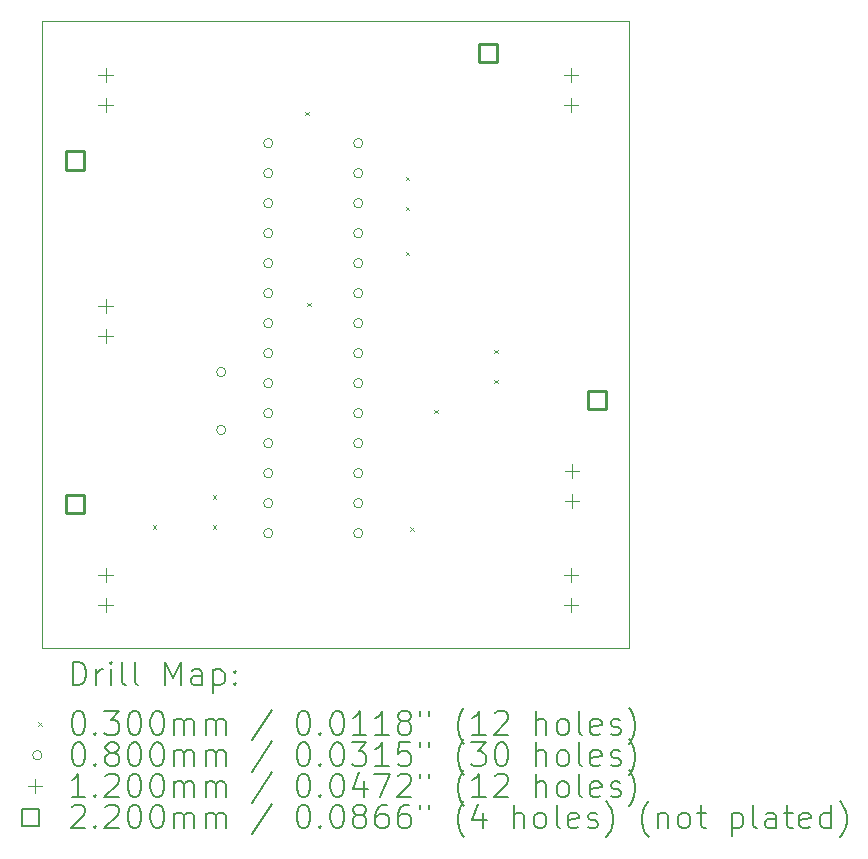
<source format=gbr>
%TF.GenerationSoftware,KiCad,Pcbnew,8.0.7*%
%TF.CreationDate,2025-01-13T22:24:18+01:00*%
%TF.ProjectId,circuit,63697263-7569-4742-9e6b-696361645f70,v1.1.0*%
%TF.SameCoordinates,Original*%
%TF.FileFunction,Drillmap*%
%TF.FilePolarity,Positive*%
%FSLAX45Y45*%
G04 Gerber Fmt 4.5, Leading zero omitted, Abs format (unit mm)*
G04 Created by KiCad (PCBNEW 8.0.7) date 2025-01-13 22:24:18*
%MOMM*%
%LPD*%
G01*
G04 APERTURE LIST*
%ADD10C,0.050000*%
%ADD11C,0.200000*%
%ADD12C,0.100000*%
%ADD13C,0.120000*%
%ADD14C,0.220000*%
G04 APERTURE END LIST*
D10*
X21000000Y-4240000D02*
X25970000Y-4240000D01*
X25970000Y-9550000D01*
X21000000Y-9550000D01*
X21000000Y-4240000D01*
D11*
D12*
X21936000Y-8511000D02*
X21966000Y-8541000D01*
X21966000Y-8511000D02*
X21936000Y-8541000D01*
X22441000Y-8257000D02*
X22471000Y-8287000D01*
X22471000Y-8257000D02*
X22441000Y-8287000D01*
X22441000Y-8511000D02*
X22471000Y-8541000D01*
X22471000Y-8511000D02*
X22441000Y-8541000D01*
X23225000Y-5010000D02*
X23255000Y-5040000D01*
X23255000Y-5010000D02*
X23225000Y-5040000D01*
X23245000Y-6625000D02*
X23275000Y-6655000D01*
X23275000Y-6625000D02*
X23245000Y-6655000D01*
X24077000Y-5560500D02*
X24107000Y-5590500D01*
X24107000Y-5560500D02*
X24077000Y-5590500D01*
X24077000Y-5814500D02*
X24107000Y-5844500D01*
X24107000Y-5814500D02*
X24077000Y-5844500D01*
X24077000Y-6195500D02*
X24107000Y-6225500D01*
X24107000Y-6195500D02*
X24077000Y-6225500D01*
X24115000Y-8525000D02*
X24145000Y-8555000D01*
X24145000Y-8525000D02*
X24115000Y-8555000D01*
X24320000Y-7533000D02*
X24350000Y-7563000D01*
X24350000Y-7533000D02*
X24320000Y-7563000D01*
X24825000Y-7025000D02*
X24855000Y-7055000D01*
X24855000Y-7025000D02*
X24825000Y-7055000D01*
X24825000Y-7279000D02*
X24855000Y-7309000D01*
X24855000Y-7279000D02*
X24825000Y-7309000D01*
X22555000Y-7212500D02*
G75*
G02*
X22475000Y-7212500I-40000J0D01*
G01*
X22475000Y-7212500D02*
G75*
G02*
X22555000Y-7212500I40000J0D01*
G01*
X22555000Y-7702500D02*
G75*
G02*
X22475000Y-7702500I-40000J0D01*
G01*
X22475000Y-7702500D02*
G75*
G02*
X22555000Y-7702500I40000J0D01*
G01*
X22953000Y-5274000D02*
G75*
G02*
X22873000Y-5274000I-40000J0D01*
G01*
X22873000Y-5274000D02*
G75*
G02*
X22953000Y-5274000I40000J0D01*
G01*
X22953000Y-5528000D02*
G75*
G02*
X22873000Y-5528000I-40000J0D01*
G01*
X22873000Y-5528000D02*
G75*
G02*
X22953000Y-5528000I40000J0D01*
G01*
X22953000Y-5782000D02*
G75*
G02*
X22873000Y-5782000I-40000J0D01*
G01*
X22873000Y-5782000D02*
G75*
G02*
X22953000Y-5782000I40000J0D01*
G01*
X22953000Y-6036000D02*
G75*
G02*
X22873000Y-6036000I-40000J0D01*
G01*
X22873000Y-6036000D02*
G75*
G02*
X22953000Y-6036000I40000J0D01*
G01*
X22953000Y-6290000D02*
G75*
G02*
X22873000Y-6290000I-40000J0D01*
G01*
X22873000Y-6290000D02*
G75*
G02*
X22953000Y-6290000I40000J0D01*
G01*
X22953000Y-6544000D02*
G75*
G02*
X22873000Y-6544000I-40000J0D01*
G01*
X22873000Y-6544000D02*
G75*
G02*
X22953000Y-6544000I40000J0D01*
G01*
X22953000Y-6798000D02*
G75*
G02*
X22873000Y-6798000I-40000J0D01*
G01*
X22873000Y-6798000D02*
G75*
G02*
X22953000Y-6798000I40000J0D01*
G01*
X22953000Y-7052000D02*
G75*
G02*
X22873000Y-7052000I-40000J0D01*
G01*
X22873000Y-7052000D02*
G75*
G02*
X22953000Y-7052000I40000J0D01*
G01*
X22953000Y-7306000D02*
G75*
G02*
X22873000Y-7306000I-40000J0D01*
G01*
X22873000Y-7306000D02*
G75*
G02*
X22953000Y-7306000I40000J0D01*
G01*
X22953000Y-7560000D02*
G75*
G02*
X22873000Y-7560000I-40000J0D01*
G01*
X22873000Y-7560000D02*
G75*
G02*
X22953000Y-7560000I40000J0D01*
G01*
X22953000Y-7814000D02*
G75*
G02*
X22873000Y-7814000I-40000J0D01*
G01*
X22873000Y-7814000D02*
G75*
G02*
X22953000Y-7814000I40000J0D01*
G01*
X22953000Y-8068000D02*
G75*
G02*
X22873000Y-8068000I-40000J0D01*
G01*
X22873000Y-8068000D02*
G75*
G02*
X22953000Y-8068000I40000J0D01*
G01*
X22953000Y-8322000D02*
G75*
G02*
X22873000Y-8322000I-40000J0D01*
G01*
X22873000Y-8322000D02*
G75*
G02*
X22953000Y-8322000I40000J0D01*
G01*
X22953000Y-8576000D02*
G75*
G02*
X22873000Y-8576000I-40000J0D01*
G01*
X22873000Y-8576000D02*
G75*
G02*
X22953000Y-8576000I40000J0D01*
G01*
X23715000Y-5274000D02*
G75*
G02*
X23635000Y-5274000I-40000J0D01*
G01*
X23635000Y-5274000D02*
G75*
G02*
X23715000Y-5274000I40000J0D01*
G01*
X23715000Y-5528000D02*
G75*
G02*
X23635000Y-5528000I-40000J0D01*
G01*
X23635000Y-5528000D02*
G75*
G02*
X23715000Y-5528000I40000J0D01*
G01*
X23715000Y-5782000D02*
G75*
G02*
X23635000Y-5782000I-40000J0D01*
G01*
X23635000Y-5782000D02*
G75*
G02*
X23715000Y-5782000I40000J0D01*
G01*
X23715000Y-6036000D02*
G75*
G02*
X23635000Y-6036000I-40000J0D01*
G01*
X23635000Y-6036000D02*
G75*
G02*
X23715000Y-6036000I40000J0D01*
G01*
X23715000Y-6290000D02*
G75*
G02*
X23635000Y-6290000I-40000J0D01*
G01*
X23635000Y-6290000D02*
G75*
G02*
X23715000Y-6290000I40000J0D01*
G01*
X23715000Y-6544000D02*
G75*
G02*
X23635000Y-6544000I-40000J0D01*
G01*
X23635000Y-6544000D02*
G75*
G02*
X23715000Y-6544000I40000J0D01*
G01*
X23715000Y-6798000D02*
G75*
G02*
X23635000Y-6798000I-40000J0D01*
G01*
X23635000Y-6798000D02*
G75*
G02*
X23715000Y-6798000I40000J0D01*
G01*
X23715000Y-7052000D02*
G75*
G02*
X23635000Y-7052000I-40000J0D01*
G01*
X23635000Y-7052000D02*
G75*
G02*
X23715000Y-7052000I40000J0D01*
G01*
X23715000Y-7306000D02*
G75*
G02*
X23635000Y-7306000I-40000J0D01*
G01*
X23635000Y-7306000D02*
G75*
G02*
X23715000Y-7306000I40000J0D01*
G01*
X23715000Y-7560000D02*
G75*
G02*
X23635000Y-7560000I-40000J0D01*
G01*
X23635000Y-7560000D02*
G75*
G02*
X23715000Y-7560000I40000J0D01*
G01*
X23715000Y-7814000D02*
G75*
G02*
X23635000Y-7814000I-40000J0D01*
G01*
X23635000Y-7814000D02*
G75*
G02*
X23715000Y-7814000I40000J0D01*
G01*
X23715000Y-8068000D02*
G75*
G02*
X23635000Y-8068000I-40000J0D01*
G01*
X23635000Y-8068000D02*
G75*
G02*
X23715000Y-8068000I40000J0D01*
G01*
X23715000Y-8322000D02*
G75*
G02*
X23635000Y-8322000I-40000J0D01*
G01*
X23635000Y-8322000D02*
G75*
G02*
X23715000Y-8322000I40000J0D01*
G01*
X23715000Y-8576000D02*
G75*
G02*
X23635000Y-8576000I-40000J0D01*
G01*
X23635000Y-8576000D02*
G75*
G02*
X23715000Y-8576000I40000J0D01*
G01*
D13*
X21535000Y-4640000D02*
X21535000Y-4760000D01*
X21475000Y-4700000D02*
X21595000Y-4700000D01*
X21535000Y-4894000D02*
X21535000Y-5014000D01*
X21475000Y-4954000D02*
X21595000Y-4954000D01*
X21535000Y-6590000D02*
X21535000Y-6710000D01*
X21475000Y-6650000D02*
X21595000Y-6650000D01*
X21535000Y-6844000D02*
X21535000Y-6964000D01*
X21475000Y-6904000D02*
X21595000Y-6904000D01*
X21535000Y-8870000D02*
X21535000Y-8990000D01*
X21475000Y-8930000D02*
X21595000Y-8930000D01*
X21535000Y-9124000D02*
X21535000Y-9244000D01*
X21475000Y-9184000D02*
X21595000Y-9184000D01*
X25475000Y-4640000D02*
X25475000Y-4760000D01*
X25415000Y-4700000D02*
X25535000Y-4700000D01*
X25475000Y-4894000D02*
X25475000Y-5014000D01*
X25415000Y-4954000D02*
X25535000Y-4954000D01*
X25475000Y-8870000D02*
X25475000Y-8990000D01*
X25415000Y-8930000D02*
X25535000Y-8930000D01*
X25475000Y-9124000D02*
X25475000Y-9244000D01*
X25415000Y-9184000D02*
X25535000Y-9184000D01*
X25485000Y-7990000D02*
X25485000Y-8110000D01*
X25425000Y-8050000D02*
X25545000Y-8050000D01*
X25485000Y-8244000D02*
X25485000Y-8364000D01*
X25425000Y-8304000D02*
X25545000Y-8304000D01*
D14*
X21352783Y-5497783D02*
X21352783Y-5342218D01*
X21197218Y-5342218D01*
X21197218Y-5497783D01*
X21352783Y-5497783D01*
X21352783Y-8407783D02*
X21352783Y-8252217D01*
X21197218Y-8252217D01*
X21197218Y-8407783D01*
X21352783Y-8407783D01*
X24852782Y-4587783D02*
X24852782Y-4432218D01*
X24697217Y-4432218D01*
X24697217Y-4587783D01*
X24852782Y-4587783D01*
X25772782Y-7527782D02*
X25772782Y-7372217D01*
X25617217Y-7372217D01*
X25617217Y-7527782D01*
X25772782Y-7527782D01*
D11*
X21258277Y-9863984D02*
X21258277Y-9663984D01*
X21258277Y-9663984D02*
X21305896Y-9663984D01*
X21305896Y-9663984D02*
X21334467Y-9673508D01*
X21334467Y-9673508D02*
X21353515Y-9692555D01*
X21353515Y-9692555D02*
X21363039Y-9711603D01*
X21363039Y-9711603D02*
X21372563Y-9749698D01*
X21372563Y-9749698D02*
X21372563Y-9778270D01*
X21372563Y-9778270D02*
X21363039Y-9816365D01*
X21363039Y-9816365D02*
X21353515Y-9835412D01*
X21353515Y-9835412D02*
X21334467Y-9854460D01*
X21334467Y-9854460D02*
X21305896Y-9863984D01*
X21305896Y-9863984D02*
X21258277Y-9863984D01*
X21458277Y-9863984D02*
X21458277Y-9730650D01*
X21458277Y-9768746D02*
X21467801Y-9749698D01*
X21467801Y-9749698D02*
X21477324Y-9740174D01*
X21477324Y-9740174D02*
X21496372Y-9730650D01*
X21496372Y-9730650D02*
X21515420Y-9730650D01*
X21582086Y-9863984D02*
X21582086Y-9730650D01*
X21582086Y-9663984D02*
X21572563Y-9673508D01*
X21572563Y-9673508D02*
X21582086Y-9683031D01*
X21582086Y-9683031D02*
X21591610Y-9673508D01*
X21591610Y-9673508D02*
X21582086Y-9663984D01*
X21582086Y-9663984D02*
X21582086Y-9683031D01*
X21705896Y-9863984D02*
X21686848Y-9854460D01*
X21686848Y-9854460D02*
X21677324Y-9835412D01*
X21677324Y-9835412D02*
X21677324Y-9663984D01*
X21810658Y-9863984D02*
X21791610Y-9854460D01*
X21791610Y-9854460D02*
X21782086Y-9835412D01*
X21782086Y-9835412D02*
X21782086Y-9663984D01*
X22039229Y-9863984D02*
X22039229Y-9663984D01*
X22039229Y-9663984D02*
X22105896Y-9806841D01*
X22105896Y-9806841D02*
X22172563Y-9663984D01*
X22172563Y-9663984D02*
X22172563Y-9863984D01*
X22353515Y-9863984D02*
X22353515Y-9759222D01*
X22353515Y-9759222D02*
X22343991Y-9740174D01*
X22343991Y-9740174D02*
X22324944Y-9730650D01*
X22324944Y-9730650D02*
X22286848Y-9730650D01*
X22286848Y-9730650D02*
X22267801Y-9740174D01*
X22353515Y-9854460D02*
X22334467Y-9863984D01*
X22334467Y-9863984D02*
X22286848Y-9863984D01*
X22286848Y-9863984D02*
X22267801Y-9854460D01*
X22267801Y-9854460D02*
X22258277Y-9835412D01*
X22258277Y-9835412D02*
X22258277Y-9816365D01*
X22258277Y-9816365D02*
X22267801Y-9797317D01*
X22267801Y-9797317D02*
X22286848Y-9787793D01*
X22286848Y-9787793D02*
X22334467Y-9787793D01*
X22334467Y-9787793D02*
X22353515Y-9778270D01*
X22448753Y-9730650D02*
X22448753Y-9930650D01*
X22448753Y-9740174D02*
X22467801Y-9730650D01*
X22467801Y-9730650D02*
X22505896Y-9730650D01*
X22505896Y-9730650D02*
X22524943Y-9740174D01*
X22524943Y-9740174D02*
X22534467Y-9749698D01*
X22534467Y-9749698D02*
X22543991Y-9768746D01*
X22543991Y-9768746D02*
X22543991Y-9825889D01*
X22543991Y-9825889D02*
X22534467Y-9844936D01*
X22534467Y-9844936D02*
X22524943Y-9854460D01*
X22524943Y-9854460D02*
X22505896Y-9863984D01*
X22505896Y-9863984D02*
X22467801Y-9863984D01*
X22467801Y-9863984D02*
X22448753Y-9854460D01*
X22629705Y-9844936D02*
X22639229Y-9854460D01*
X22639229Y-9854460D02*
X22629705Y-9863984D01*
X22629705Y-9863984D02*
X22620182Y-9854460D01*
X22620182Y-9854460D02*
X22629705Y-9844936D01*
X22629705Y-9844936D02*
X22629705Y-9863984D01*
X22629705Y-9740174D02*
X22639229Y-9749698D01*
X22639229Y-9749698D02*
X22629705Y-9759222D01*
X22629705Y-9759222D02*
X22620182Y-9749698D01*
X22620182Y-9749698D02*
X22629705Y-9740174D01*
X22629705Y-9740174D02*
X22629705Y-9759222D01*
D12*
X20967500Y-10177500D02*
X20997500Y-10207500D01*
X20997500Y-10177500D02*
X20967500Y-10207500D01*
D11*
X21296372Y-10083984D02*
X21315420Y-10083984D01*
X21315420Y-10083984D02*
X21334467Y-10093508D01*
X21334467Y-10093508D02*
X21343991Y-10103031D01*
X21343991Y-10103031D02*
X21353515Y-10122079D01*
X21353515Y-10122079D02*
X21363039Y-10160174D01*
X21363039Y-10160174D02*
X21363039Y-10207793D01*
X21363039Y-10207793D02*
X21353515Y-10245889D01*
X21353515Y-10245889D02*
X21343991Y-10264936D01*
X21343991Y-10264936D02*
X21334467Y-10274460D01*
X21334467Y-10274460D02*
X21315420Y-10283984D01*
X21315420Y-10283984D02*
X21296372Y-10283984D01*
X21296372Y-10283984D02*
X21277324Y-10274460D01*
X21277324Y-10274460D02*
X21267801Y-10264936D01*
X21267801Y-10264936D02*
X21258277Y-10245889D01*
X21258277Y-10245889D02*
X21248753Y-10207793D01*
X21248753Y-10207793D02*
X21248753Y-10160174D01*
X21248753Y-10160174D02*
X21258277Y-10122079D01*
X21258277Y-10122079D02*
X21267801Y-10103031D01*
X21267801Y-10103031D02*
X21277324Y-10093508D01*
X21277324Y-10093508D02*
X21296372Y-10083984D01*
X21448753Y-10264936D02*
X21458277Y-10274460D01*
X21458277Y-10274460D02*
X21448753Y-10283984D01*
X21448753Y-10283984D02*
X21439229Y-10274460D01*
X21439229Y-10274460D02*
X21448753Y-10264936D01*
X21448753Y-10264936D02*
X21448753Y-10283984D01*
X21524944Y-10083984D02*
X21648753Y-10083984D01*
X21648753Y-10083984D02*
X21582086Y-10160174D01*
X21582086Y-10160174D02*
X21610658Y-10160174D01*
X21610658Y-10160174D02*
X21629705Y-10169698D01*
X21629705Y-10169698D02*
X21639229Y-10179222D01*
X21639229Y-10179222D02*
X21648753Y-10198270D01*
X21648753Y-10198270D02*
X21648753Y-10245889D01*
X21648753Y-10245889D02*
X21639229Y-10264936D01*
X21639229Y-10264936D02*
X21629705Y-10274460D01*
X21629705Y-10274460D02*
X21610658Y-10283984D01*
X21610658Y-10283984D02*
X21553515Y-10283984D01*
X21553515Y-10283984D02*
X21534467Y-10274460D01*
X21534467Y-10274460D02*
X21524944Y-10264936D01*
X21772563Y-10083984D02*
X21791610Y-10083984D01*
X21791610Y-10083984D02*
X21810658Y-10093508D01*
X21810658Y-10093508D02*
X21820182Y-10103031D01*
X21820182Y-10103031D02*
X21829705Y-10122079D01*
X21829705Y-10122079D02*
X21839229Y-10160174D01*
X21839229Y-10160174D02*
X21839229Y-10207793D01*
X21839229Y-10207793D02*
X21829705Y-10245889D01*
X21829705Y-10245889D02*
X21820182Y-10264936D01*
X21820182Y-10264936D02*
X21810658Y-10274460D01*
X21810658Y-10274460D02*
X21791610Y-10283984D01*
X21791610Y-10283984D02*
X21772563Y-10283984D01*
X21772563Y-10283984D02*
X21753515Y-10274460D01*
X21753515Y-10274460D02*
X21743991Y-10264936D01*
X21743991Y-10264936D02*
X21734467Y-10245889D01*
X21734467Y-10245889D02*
X21724944Y-10207793D01*
X21724944Y-10207793D02*
X21724944Y-10160174D01*
X21724944Y-10160174D02*
X21734467Y-10122079D01*
X21734467Y-10122079D02*
X21743991Y-10103031D01*
X21743991Y-10103031D02*
X21753515Y-10093508D01*
X21753515Y-10093508D02*
X21772563Y-10083984D01*
X21963039Y-10083984D02*
X21982086Y-10083984D01*
X21982086Y-10083984D02*
X22001134Y-10093508D01*
X22001134Y-10093508D02*
X22010658Y-10103031D01*
X22010658Y-10103031D02*
X22020182Y-10122079D01*
X22020182Y-10122079D02*
X22029705Y-10160174D01*
X22029705Y-10160174D02*
X22029705Y-10207793D01*
X22029705Y-10207793D02*
X22020182Y-10245889D01*
X22020182Y-10245889D02*
X22010658Y-10264936D01*
X22010658Y-10264936D02*
X22001134Y-10274460D01*
X22001134Y-10274460D02*
X21982086Y-10283984D01*
X21982086Y-10283984D02*
X21963039Y-10283984D01*
X21963039Y-10283984D02*
X21943991Y-10274460D01*
X21943991Y-10274460D02*
X21934467Y-10264936D01*
X21934467Y-10264936D02*
X21924944Y-10245889D01*
X21924944Y-10245889D02*
X21915420Y-10207793D01*
X21915420Y-10207793D02*
X21915420Y-10160174D01*
X21915420Y-10160174D02*
X21924944Y-10122079D01*
X21924944Y-10122079D02*
X21934467Y-10103031D01*
X21934467Y-10103031D02*
X21943991Y-10093508D01*
X21943991Y-10093508D02*
X21963039Y-10083984D01*
X22115420Y-10283984D02*
X22115420Y-10150650D01*
X22115420Y-10169698D02*
X22124944Y-10160174D01*
X22124944Y-10160174D02*
X22143991Y-10150650D01*
X22143991Y-10150650D02*
X22172563Y-10150650D01*
X22172563Y-10150650D02*
X22191610Y-10160174D01*
X22191610Y-10160174D02*
X22201134Y-10179222D01*
X22201134Y-10179222D02*
X22201134Y-10283984D01*
X22201134Y-10179222D02*
X22210658Y-10160174D01*
X22210658Y-10160174D02*
X22229705Y-10150650D01*
X22229705Y-10150650D02*
X22258277Y-10150650D01*
X22258277Y-10150650D02*
X22277325Y-10160174D01*
X22277325Y-10160174D02*
X22286848Y-10179222D01*
X22286848Y-10179222D02*
X22286848Y-10283984D01*
X22382086Y-10283984D02*
X22382086Y-10150650D01*
X22382086Y-10169698D02*
X22391610Y-10160174D01*
X22391610Y-10160174D02*
X22410658Y-10150650D01*
X22410658Y-10150650D02*
X22439229Y-10150650D01*
X22439229Y-10150650D02*
X22458277Y-10160174D01*
X22458277Y-10160174D02*
X22467801Y-10179222D01*
X22467801Y-10179222D02*
X22467801Y-10283984D01*
X22467801Y-10179222D02*
X22477324Y-10160174D01*
X22477324Y-10160174D02*
X22496372Y-10150650D01*
X22496372Y-10150650D02*
X22524943Y-10150650D01*
X22524943Y-10150650D02*
X22543991Y-10160174D01*
X22543991Y-10160174D02*
X22553515Y-10179222D01*
X22553515Y-10179222D02*
X22553515Y-10283984D01*
X22943991Y-10074460D02*
X22772563Y-10331603D01*
X23201134Y-10083984D02*
X23220182Y-10083984D01*
X23220182Y-10083984D02*
X23239229Y-10093508D01*
X23239229Y-10093508D02*
X23248753Y-10103031D01*
X23248753Y-10103031D02*
X23258277Y-10122079D01*
X23258277Y-10122079D02*
X23267801Y-10160174D01*
X23267801Y-10160174D02*
X23267801Y-10207793D01*
X23267801Y-10207793D02*
X23258277Y-10245889D01*
X23258277Y-10245889D02*
X23248753Y-10264936D01*
X23248753Y-10264936D02*
X23239229Y-10274460D01*
X23239229Y-10274460D02*
X23220182Y-10283984D01*
X23220182Y-10283984D02*
X23201134Y-10283984D01*
X23201134Y-10283984D02*
X23182086Y-10274460D01*
X23182086Y-10274460D02*
X23172563Y-10264936D01*
X23172563Y-10264936D02*
X23163039Y-10245889D01*
X23163039Y-10245889D02*
X23153515Y-10207793D01*
X23153515Y-10207793D02*
X23153515Y-10160174D01*
X23153515Y-10160174D02*
X23163039Y-10122079D01*
X23163039Y-10122079D02*
X23172563Y-10103031D01*
X23172563Y-10103031D02*
X23182086Y-10093508D01*
X23182086Y-10093508D02*
X23201134Y-10083984D01*
X23353515Y-10264936D02*
X23363039Y-10274460D01*
X23363039Y-10274460D02*
X23353515Y-10283984D01*
X23353515Y-10283984D02*
X23343991Y-10274460D01*
X23343991Y-10274460D02*
X23353515Y-10264936D01*
X23353515Y-10264936D02*
X23353515Y-10283984D01*
X23486848Y-10083984D02*
X23505896Y-10083984D01*
X23505896Y-10083984D02*
X23524944Y-10093508D01*
X23524944Y-10093508D02*
X23534467Y-10103031D01*
X23534467Y-10103031D02*
X23543991Y-10122079D01*
X23543991Y-10122079D02*
X23553515Y-10160174D01*
X23553515Y-10160174D02*
X23553515Y-10207793D01*
X23553515Y-10207793D02*
X23543991Y-10245889D01*
X23543991Y-10245889D02*
X23534467Y-10264936D01*
X23534467Y-10264936D02*
X23524944Y-10274460D01*
X23524944Y-10274460D02*
X23505896Y-10283984D01*
X23505896Y-10283984D02*
X23486848Y-10283984D01*
X23486848Y-10283984D02*
X23467801Y-10274460D01*
X23467801Y-10274460D02*
X23458277Y-10264936D01*
X23458277Y-10264936D02*
X23448753Y-10245889D01*
X23448753Y-10245889D02*
X23439229Y-10207793D01*
X23439229Y-10207793D02*
X23439229Y-10160174D01*
X23439229Y-10160174D02*
X23448753Y-10122079D01*
X23448753Y-10122079D02*
X23458277Y-10103031D01*
X23458277Y-10103031D02*
X23467801Y-10093508D01*
X23467801Y-10093508D02*
X23486848Y-10083984D01*
X23743991Y-10283984D02*
X23629706Y-10283984D01*
X23686848Y-10283984D02*
X23686848Y-10083984D01*
X23686848Y-10083984D02*
X23667801Y-10112555D01*
X23667801Y-10112555D02*
X23648753Y-10131603D01*
X23648753Y-10131603D02*
X23629706Y-10141127D01*
X23934467Y-10283984D02*
X23820182Y-10283984D01*
X23877325Y-10283984D02*
X23877325Y-10083984D01*
X23877325Y-10083984D02*
X23858277Y-10112555D01*
X23858277Y-10112555D02*
X23839229Y-10131603D01*
X23839229Y-10131603D02*
X23820182Y-10141127D01*
X24048753Y-10169698D02*
X24029706Y-10160174D01*
X24029706Y-10160174D02*
X24020182Y-10150650D01*
X24020182Y-10150650D02*
X24010658Y-10131603D01*
X24010658Y-10131603D02*
X24010658Y-10122079D01*
X24010658Y-10122079D02*
X24020182Y-10103031D01*
X24020182Y-10103031D02*
X24029706Y-10093508D01*
X24029706Y-10093508D02*
X24048753Y-10083984D01*
X24048753Y-10083984D02*
X24086848Y-10083984D01*
X24086848Y-10083984D02*
X24105896Y-10093508D01*
X24105896Y-10093508D02*
X24115420Y-10103031D01*
X24115420Y-10103031D02*
X24124944Y-10122079D01*
X24124944Y-10122079D02*
X24124944Y-10131603D01*
X24124944Y-10131603D02*
X24115420Y-10150650D01*
X24115420Y-10150650D02*
X24105896Y-10160174D01*
X24105896Y-10160174D02*
X24086848Y-10169698D01*
X24086848Y-10169698D02*
X24048753Y-10169698D01*
X24048753Y-10169698D02*
X24029706Y-10179222D01*
X24029706Y-10179222D02*
X24020182Y-10188746D01*
X24020182Y-10188746D02*
X24010658Y-10207793D01*
X24010658Y-10207793D02*
X24010658Y-10245889D01*
X24010658Y-10245889D02*
X24020182Y-10264936D01*
X24020182Y-10264936D02*
X24029706Y-10274460D01*
X24029706Y-10274460D02*
X24048753Y-10283984D01*
X24048753Y-10283984D02*
X24086848Y-10283984D01*
X24086848Y-10283984D02*
X24105896Y-10274460D01*
X24105896Y-10274460D02*
X24115420Y-10264936D01*
X24115420Y-10264936D02*
X24124944Y-10245889D01*
X24124944Y-10245889D02*
X24124944Y-10207793D01*
X24124944Y-10207793D02*
X24115420Y-10188746D01*
X24115420Y-10188746D02*
X24105896Y-10179222D01*
X24105896Y-10179222D02*
X24086848Y-10169698D01*
X24201134Y-10083984D02*
X24201134Y-10122079D01*
X24277325Y-10083984D02*
X24277325Y-10122079D01*
X24572563Y-10360174D02*
X24563039Y-10350650D01*
X24563039Y-10350650D02*
X24543991Y-10322079D01*
X24543991Y-10322079D02*
X24534468Y-10303031D01*
X24534468Y-10303031D02*
X24524944Y-10274460D01*
X24524944Y-10274460D02*
X24515420Y-10226841D01*
X24515420Y-10226841D02*
X24515420Y-10188746D01*
X24515420Y-10188746D02*
X24524944Y-10141127D01*
X24524944Y-10141127D02*
X24534468Y-10112555D01*
X24534468Y-10112555D02*
X24543991Y-10093508D01*
X24543991Y-10093508D02*
X24563039Y-10064936D01*
X24563039Y-10064936D02*
X24572563Y-10055412D01*
X24753515Y-10283984D02*
X24639229Y-10283984D01*
X24696372Y-10283984D02*
X24696372Y-10083984D01*
X24696372Y-10083984D02*
X24677325Y-10112555D01*
X24677325Y-10112555D02*
X24658277Y-10131603D01*
X24658277Y-10131603D02*
X24639229Y-10141127D01*
X24829706Y-10103031D02*
X24839229Y-10093508D01*
X24839229Y-10093508D02*
X24858277Y-10083984D01*
X24858277Y-10083984D02*
X24905896Y-10083984D01*
X24905896Y-10083984D02*
X24924944Y-10093508D01*
X24924944Y-10093508D02*
X24934468Y-10103031D01*
X24934468Y-10103031D02*
X24943991Y-10122079D01*
X24943991Y-10122079D02*
X24943991Y-10141127D01*
X24943991Y-10141127D02*
X24934468Y-10169698D01*
X24934468Y-10169698D02*
X24820182Y-10283984D01*
X24820182Y-10283984D02*
X24943991Y-10283984D01*
X25182087Y-10283984D02*
X25182087Y-10083984D01*
X25267801Y-10283984D02*
X25267801Y-10179222D01*
X25267801Y-10179222D02*
X25258277Y-10160174D01*
X25258277Y-10160174D02*
X25239230Y-10150650D01*
X25239230Y-10150650D02*
X25210658Y-10150650D01*
X25210658Y-10150650D02*
X25191610Y-10160174D01*
X25191610Y-10160174D02*
X25182087Y-10169698D01*
X25391610Y-10283984D02*
X25372563Y-10274460D01*
X25372563Y-10274460D02*
X25363039Y-10264936D01*
X25363039Y-10264936D02*
X25353515Y-10245889D01*
X25353515Y-10245889D02*
X25353515Y-10188746D01*
X25353515Y-10188746D02*
X25363039Y-10169698D01*
X25363039Y-10169698D02*
X25372563Y-10160174D01*
X25372563Y-10160174D02*
X25391610Y-10150650D01*
X25391610Y-10150650D02*
X25420182Y-10150650D01*
X25420182Y-10150650D02*
X25439230Y-10160174D01*
X25439230Y-10160174D02*
X25448753Y-10169698D01*
X25448753Y-10169698D02*
X25458277Y-10188746D01*
X25458277Y-10188746D02*
X25458277Y-10245889D01*
X25458277Y-10245889D02*
X25448753Y-10264936D01*
X25448753Y-10264936D02*
X25439230Y-10274460D01*
X25439230Y-10274460D02*
X25420182Y-10283984D01*
X25420182Y-10283984D02*
X25391610Y-10283984D01*
X25572563Y-10283984D02*
X25553515Y-10274460D01*
X25553515Y-10274460D02*
X25543991Y-10255412D01*
X25543991Y-10255412D02*
X25543991Y-10083984D01*
X25724944Y-10274460D02*
X25705896Y-10283984D01*
X25705896Y-10283984D02*
X25667801Y-10283984D01*
X25667801Y-10283984D02*
X25648753Y-10274460D01*
X25648753Y-10274460D02*
X25639230Y-10255412D01*
X25639230Y-10255412D02*
X25639230Y-10179222D01*
X25639230Y-10179222D02*
X25648753Y-10160174D01*
X25648753Y-10160174D02*
X25667801Y-10150650D01*
X25667801Y-10150650D02*
X25705896Y-10150650D01*
X25705896Y-10150650D02*
X25724944Y-10160174D01*
X25724944Y-10160174D02*
X25734468Y-10179222D01*
X25734468Y-10179222D02*
X25734468Y-10198270D01*
X25734468Y-10198270D02*
X25639230Y-10217317D01*
X25810658Y-10274460D02*
X25829706Y-10283984D01*
X25829706Y-10283984D02*
X25867801Y-10283984D01*
X25867801Y-10283984D02*
X25886849Y-10274460D01*
X25886849Y-10274460D02*
X25896372Y-10255412D01*
X25896372Y-10255412D02*
X25896372Y-10245889D01*
X25896372Y-10245889D02*
X25886849Y-10226841D01*
X25886849Y-10226841D02*
X25867801Y-10217317D01*
X25867801Y-10217317D02*
X25839230Y-10217317D01*
X25839230Y-10217317D02*
X25820182Y-10207793D01*
X25820182Y-10207793D02*
X25810658Y-10188746D01*
X25810658Y-10188746D02*
X25810658Y-10179222D01*
X25810658Y-10179222D02*
X25820182Y-10160174D01*
X25820182Y-10160174D02*
X25839230Y-10150650D01*
X25839230Y-10150650D02*
X25867801Y-10150650D01*
X25867801Y-10150650D02*
X25886849Y-10160174D01*
X25963039Y-10360174D02*
X25972563Y-10350650D01*
X25972563Y-10350650D02*
X25991611Y-10322079D01*
X25991611Y-10322079D02*
X26001134Y-10303031D01*
X26001134Y-10303031D02*
X26010658Y-10274460D01*
X26010658Y-10274460D02*
X26020182Y-10226841D01*
X26020182Y-10226841D02*
X26020182Y-10188746D01*
X26020182Y-10188746D02*
X26010658Y-10141127D01*
X26010658Y-10141127D02*
X26001134Y-10112555D01*
X26001134Y-10112555D02*
X25991611Y-10093508D01*
X25991611Y-10093508D02*
X25972563Y-10064936D01*
X25972563Y-10064936D02*
X25963039Y-10055412D01*
D12*
X20997500Y-10456500D02*
G75*
G02*
X20917500Y-10456500I-40000J0D01*
G01*
X20917500Y-10456500D02*
G75*
G02*
X20997500Y-10456500I40000J0D01*
G01*
D11*
X21296372Y-10347984D02*
X21315420Y-10347984D01*
X21315420Y-10347984D02*
X21334467Y-10357508D01*
X21334467Y-10357508D02*
X21343991Y-10367031D01*
X21343991Y-10367031D02*
X21353515Y-10386079D01*
X21353515Y-10386079D02*
X21363039Y-10424174D01*
X21363039Y-10424174D02*
X21363039Y-10471793D01*
X21363039Y-10471793D02*
X21353515Y-10509889D01*
X21353515Y-10509889D02*
X21343991Y-10528936D01*
X21343991Y-10528936D02*
X21334467Y-10538460D01*
X21334467Y-10538460D02*
X21315420Y-10547984D01*
X21315420Y-10547984D02*
X21296372Y-10547984D01*
X21296372Y-10547984D02*
X21277324Y-10538460D01*
X21277324Y-10538460D02*
X21267801Y-10528936D01*
X21267801Y-10528936D02*
X21258277Y-10509889D01*
X21258277Y-10509889D02*
X21248753Y-10471793D01*
X21248753Y-10471793D02*
X21248753Y-10424174D01*
X21248753Y-10424174D02*
X21258277Y-10386079D01*
X21258277Y-10386079D02*
X21267801Y-10367031D01*
X21267801Y-10367031D02*
X21277324Y-10357508D01*
X21277324Y-10357508D02*
X21296372Y-10347984D01*
X21448753Y-10528936D02*
X21458277Y-10538460D01*
X21458277Y-10538460D02*
X21448753Y-10547984D01*
X21448753Y-10547984D02*
X21439229Y-10538460D01*
X21439229Y-10538460D02*
X21448753Y-10528936D01*
X21448753Y-10528936D02*
X21448753Y-10547984D01*
X21572563Y-10433698D02*
X21553515Y-10424174D01*
X21553515Y-10424174D02*
X21543991Y-10414650D01*
X21543991Y-10414650D02*
X21534467Y-10395603D01*
X21534467Y-10395603D02*
X21534467Y-10386079D01*
X21534467Y-10386079D02*
X21543991Y-10367031D01*
X21543991Y-10367031D02*
X21553515Y-10357508D01*
X21553515Y-10357508D02*
X21572563Y-10347984D01*
X21572563Y-10347984D02*
X21610658Y-10347984D01*
X21610658Y-10347984D02*
X21629705Y-10357508D01*
X21629705Y-10357508D02*
X21639229Y-10367031D01*
X21639229Y-10367031D02*
X21648753Y-10386079D01*
X21648753Y-10386079D02*
X21648753Y-10395603D01*
X21648753Y-10395603D02*
X21639229Y-10414650D01*
X21639229Y-10414650D02*
X21629705Y-10424174D01*
X21629705Y-10424174D02*
X21610658Y-10433698D01*
X21610658Y-10433698D02*
X21572563Y-10433698D01*
X21572563Y-10433698D02*
X21553515Y-10443222D01*
X21553515Y-10443222D02*
X21543991Y-10452746D01*
X21543991Y-10452746D02*
X21534467Y-10471793D01*
X21534467Y-10471793D02*
X21534467Y-10509889D01*
X21534467Y-10509889D02*
X21543991Y-10528936D01*
X21543991Y-10528936D02*
X21553515Y-10538460D01*
X21553515Y-10538460D02*
X21572563Y-10547984D01*
X21572563Y-10547984D02*
X21610658Y-10547984D01*
X21610658Y-10547984D02*
X21629705Y-10538460D01*
X21629705Y-10538460D02*
X21639229Y-10528936D01*
X21639229Y-10528936D02*
X21648753Y-10509889D01*
X21648753Y-10509889D02*
X21648753Y-10471793D01*
X21648753Y-10471793D02*
X21639229Y-10452746D01*
X21639229Y-10452746D02*
X21629705Y-10443222D01*
X21629705Y-10443222D02*
X21610658Y-10433698D01*
X21772563Y-10347984D02*
X21791610Y-10347984D01*
X21791610Y-10347984D02*
X21810658Y-10357508D01*
X21810658Y-10357508D02*
X21820182Y-10367031D01*
X21820182Y-10367031D02*
X21829705Y-10386079D01*
X21829705Y-10386079D02*
X21839229Y-10424174D01*
X21839229Y-10424174D02*
X21839229Y-10471793D01*
X21839229Y-10471793D02*
X21829705Y-10509889D01*
X21829705Y-10509889D02*
X21820182Y-10528936D01*
X21820182Y-10528936D02*
X21810658Y-10538460D01*
X21810658Y-10538460D02*
X21791610Y-10547984D01*
X21791610Y-10547984D02*
X21772563Y-10547984D01*
X21772563Y-10547984D02*
X21753515Y-10538460D01*
X21753515Y-10538460D02*
X21743991Y-10528936D01*
X21743991Y-10528936D02*
X21734467Y-10509889D01*
X21734467Y-10509889D02*
X21724944Y-10471793D01*
X21724944Y-10471793D02*
X21724944Y-10424174D01*
X21724944Y-10424174D02*
X21734467Y-10386079D01*
X21734467Y-10386079D02*
X21743991Y-10367031D01*
X21743991Y-10367031D02*
X21753515Y-10357508D01*
X21753515Y-10357508D02*
X21772563Y-10347984D01*
X21963039Y-10347984D02*
X21982086Y-10347984D01*
X21982086Y-10347984D02*
X22001134Y-10357508D01*
X22001134Y-10357508D02*
X22010658Y-10367031D01*
X22010658Y-10367031D02*
X22020182Y-10386079D01*
X22020182Y-10386079D02*
X22029705Y-10424174D01*
X22029705Y-10424174D02*
X22029705Y-10471793D01*
X22029705Y-10471793D02*
X22020182Y-10509889D01*
X22020182Y-10509889D02*
X22010658Y-10528936D01*
X22010658Y-10528936D02*
X22001134Y-10538460D01*
X22001134Y-10538460D02*
X21982086Y-10547984D01*
X21982086Y-10547984D02*
X21963039Y-10547984D01*
X21963039Y-10547984D02*
X21943991Y-10538460D01*
X21943991Y-10538460D02*
X21934467Y-10528936D01*
X21934467Y-10528936D02*
X21924944Y-10509889D01*
X21924944Y-10509889D02*
X21915420Y-10471793D01*
X21915420Y-10471793D02*
X21915420Y-10424174D01*
X21915420Y-10424174D02*
X21924944Y-10386079D01*
X21924944Y-10386079D02*
X21934467Y-10367031D01*
X21934467Y-10367031D02*
X21943991Y-10357508D01*
X21943991Y-10357508D02*
X21963039Y-10347984D01*
X22115420Y-10547984D02*
X22115420Y-10414650D01*
X22115420Y-10433698D02*
X22124944Y-10424174D01*
X22124944Y-10424174D02*
X22143991Y-10414650D01*
X22143991Y-10414650D02*
X22172563Y-10414650D01*
X22172563Y-10414650D02*
X22191610Y-10424174D01*
X22191610Y-10424174D02*
X22201134Y-10443222D01*
X22201134Y-10443222D02*
X22201134Y-10547984D01*
X22201134Y-10443222D02*
X22210658Y-10424174D01*
X22210658Y-10424174D02*
X22229705Y-10414650D01*
X22229705Y-10414650D02*
X22258277Y-10414650D01*
X22258277Y-10414650D02*
X22277325Y-10424174D01*
X22277325Y-10424174D02*
X22286848Y-10443222D01*
X22286848Y-10443222D02*
X22286848Y-10547984D01*
X22382086Y-10547984D02*
X22382086Y-10414650D01*
X22382086Y-10433698D02*
X22391610Y-10424174D01*
X22391610Y-10424174D02*
X22410658Y-10414650D01*
X22410658Y-10414650D02*
X22439229Y-10414650D01*
X22439229Y-10414650D02*
X22458277Y-10424174D01*
X22458277Y-10424174D02*
X22467801Y-10443222D01*
X22467801Y-10443222D02*
X22467801Y-10547984D01*
X22467801Y-10443222D02*
X22477324Y-10424174D01*
X22477324Y-10424174D02*
X22496372Y-10414650D01*
X22496372Y-10414650D02*
X22524943Y-10414650D01*
X22524943Y-10414650D02*
X22543991Y-10424174D01*
X22543991Y-10424174D02*
X22553515Y-10443222D01*
X22553515Y-10443222D02*
X22553515Y-10547984D01*
X22943991Y-10338460D02*
X22772563Y-10595603D01*
X23201134Y-10347984D02*
X23220182Y-10347984D01*
X23220182Y-10347984D02*
X23239229Y-10357508D01*
X23239229Y-10357508D02*
X23248753Y-10367031D01*
X23248753Y-10367031D02*
X23258277Y-10386079D01*
X23258277Y-10386079D02*
X23267801Y-10424174D01*
X23267801Y-10424174D02*
X23267801Y-10471793D01*
X23267801Y-10471793D02*
X23258277Y-10509889D01*
X23258277Y-10509889D02*
X23248753Y-10528936D01*
X23248753Y-10528936D02*
X23239229Y-10538460D01*
X23239229Y-10538460D02*
X23220182Y-10547984D01*
X23220182Y-10547984D02*
X23201134Y-10547984D01*
X23201134Y-10547984D02*
X23182086Y-10538460D01*
X23182086Y-10538460D02*
X23172563Y-10528936D01*
X23172563Y-10528936D02*
X23163039Y-10509889D01*
X23163039Y-10509889D02*
X23153515Y-10471793D01*
X23153515Y-10471793D02*
X23153515Y-10424174D01*
X23153515Y-10424174D02*
X23163039Y-10386079D01*
X23163039Y-10386079D02*
X23172563Y-10367031D01*
X23172563Y-10367031D02*
X23182086Y-10357508D01*
X23182086Y-10357508D02*
X23201134Y-10347984D01*
X23353515Y-10528936D02*
X23363039Y-10538460D01*
X23363039Y-10538460D02*
X23353515Y-10547984D01*
X23353515Y-10547984D02*
X23343991Y-10538460D01*
X23343991Y-10538460D02*
X23353515Y-10528936D01*
X23353515Y-10528936D02*
X23353515Y-10547984D01*
X23486848Y-10347984D02*
X23505896Y-10347984D01*
X23505896Y-10347984D02*
X23524944Y-10357508D01*
X23524944Y-10357508D02*
X23534467Y-10367031D01*
X23534467Y-10367031D02*
X23543991Y-10386079D01*
X23543991Y-10386079D02*
X23553515Y-10424174D01*
X23553515Y-10424174D02*
X23553515Y-10471793D01*
X23553515Y-10471793D02*
X23543991Y-10509889D01*
X23543991Y-10509889D02*
X23534467Y-10528936D01*
X23534467Y-10528936D02*
X23524944Y-10538460D01*
X23524944Y-10538460D02*
X23505896Y-10547984D01*
X23505896Y-10547984D02*
X23486848Y-10547984D01*
X23486848Y-10547984D02*
X23467801Y-10538460D01*
X23467801Y-10538460D02*
X23458277Y-10528936D01*
X23458277Y-10528936D02*
X23448753Y-10509889D01*
X23448753Y-10509889D02*
X23439229Y-10471793D01*
X23439229Y-10471793D02*
X23439229Y-10424174D01*
X23439229Y-10424174D02*
X23448753Y-10386079D01*
X23448753Y-10386079D02*
X23458277Y-10367031D01*
X23458277Y-10367031D02*
X23467801Y-10357508D01*
X23467801Y-10357508D02*
X23486848Y-10347984D01*
X23620182Y-10347984D02*
X23743991Y-10347984D01*
X23743991Y-10347984D02*
X23677325Y-10424174D01*
X23677325Y-10424174D02*
X23705896Y-10424174D01*
X23705896Y-10424174D02*
X23724944Y-10433698D01*
X23724944Y-10433698D02*
X23734467Y-10443222D01*
X23734467Y-10443222D02*
X23743991Y-10462270D01*
X23743991Y-10462270D02*
X23743991Y-10509889D01*
X23743991Y-10509889D02*
X23734467Y-10528936D01*
X23734467Y-10528936D02*
X23724944Y-10538460D01*
X23724944Y-10538460D02*
X23705896Y-10547984D01*
X23705896Y-10547984D02*
X23648753Y-10547984D01*
X23648753Y-10547984D02*
X23629706Y-10538460D01*
X23629706Y-10538460D02*
X23620182Y-10528936D01*
X23934467Y-10547984D02*
X23820182Y-10547984D01*
X23877325Y-10547984D02*
X23877325Y-10347984D01*
X23877325Y-10347984D02*
X23858277Y-10376555D01*
X23858277Y-10376555D02*
X23839229Y-10395603D01*
X23839229Y-10395603D02*
X23820182Y-10405127D01*
X24115420Y-10347984D02*
X24020182Y-10347984D01*
X24020182Y-10347984D02*
X24010658Y-10443222D01*
X24010658Y-10443222D02*
X24020182Y-10433698D01*
X24020182Y-10433698D02*
X24039229Y-10424174D01*
X24039229Y-10424174D02*
X24086848Y-10424174D01*
X24086848Y-10424174D02*
X24105896Y-10433698D01*
X24105896Y-10433698D02*
X24115420Y-10443222D01*
X24115420Y-10443222D02*
X24124944Y-10462270D01*
X24124944Y-10462270D02*
X24124944Y-10509889D01*
X24124944Y-10509889D02*
X24115420Y-10528936D01*
X24115420Y-10528936D02*
X24105896Y-10538460D01*
X24105896Y-10538460D02*
X24086848Y-10547984D01*
X24086848Y-10547984D02*
X24039229Y-10547984D01*
X24039229Y-10547984D02*
X24020182Y-10538460D01*
X24020182Y-10538460D02*
X24010658Y-10528936D01*
X24201134Y-10347984D02*
X24201134Y-10386079D01*
X24277325Y-10347984D02*
X24277325Y-10386079D01*
X24572563Y-10624174D02*
X24563039Y-10614650D01*
X24563039Y-10614650D02*
X24543991Y-10586079D01*
X24543991Y-10586079D02*
X24534468Y-10567031D01*
X24534468Y-10567031D02*
X24524944Y-10538460D01*
X24524944Y-10538460D02*
X24515420Y-10490841D01*
X24515420Y-10490841D02*
X24515420Y-10452746D01*
X24515420Y-10452746D02*
X24524944Y-10405127D01*
X24524944Y-10405127D02*
X24534468Y-10376555D01*
X24534468Y-10376555D02*
X24543991Y-10357508D01*
X24543991Y-10357508D02*
X24563039Y-10328936D01*
X24563039Y-10328936D02*
X24572563Y-10319412D01*
X24629706Y-10347984D02*
X24753515Y-10347984D01*
X24753515Y-10347984D02*
X24686848Y-10424174D01*
X24686848Y-10424174D02*
X24715420Y-10424174D01*
X24715420Y-10424174D02*
X24734468Y-10433698D01*
X24734468Y-10433698D02*
X24743991Y-10443222D01*
X24743991Y-10443222D02*
X24753515Y-10462270D01*
X24753515Y-10462270D02*
X24753515Y-10509889D01*
X24753515Y-10509889D02*
X24743991Y-10528936D01*
X24743991Y-10528936D02*
X24734468Y-10538460D01*
X24734468Y-10538460D02*
X24715420Y-10547984D01*
X24715420Y-10547984D02*
X24658277Y-10547984D01*
X24658277Y-10547984D02*
X24639229Y-10538460D01*
X24639229Y-10538460D02*
X24629706Y-10528936D01*
X24877325Y-10347984D02*
X24896372Y-10347984D01*
X24896372Y-10347984D02*
X24915420Y-10357508D01*
X24915420Y-10357508D02*
X24924944Y-10367031D01*
X24924944Y-10367031D02*
X24934468Y-10386079D01*
X24934468Y-10386079D02*
X24943991Y-10424174D01*
X24943991Y-10424174D02*
X24943991Y-10471793D01*
X24943991Y-10471793D02*
X24934468Y-10509889D01*
X24934468Y-10509889D02*
X24924944Y-10528936D01*
X24924944Y-10528936D02*
X24915420Y-10538460D01*
X24915420Y-10538460D02*
X24896372Y-10547984D01*
X24896372Y-10547984D02*
X24877325Y-10547984D01*
X24877325Y-10547984D02*
X24858277Y-10538460D01*
X24858277Y-10538460D02*
X24848753Y-10528936D01*
X24848753Y-10528936D02*
X24839229Y-10509889D01*
X24839229Y-10509889D02*
X24829706Y-10471793D01*
X24829706Y-10471793D02*
X24829706Y-10424174D01*
X24829706Y-10424174D02*
X24839229Y-10386079D01*
X24839229Y-10386079D02*
X24848753Y-10367031D01*
X24848753Y-10367031D02*
X24858277Y-10357508D01*
X24858277Y-10357508D02*
X24877325Y-10347984D01*
X25182087Y-10547984D02*
X25182087Y-10347984D01*
X25267801Y-10547984D02*
X25267801Y-10443222D01*
X25267801Y-10443222D02*
X25258277Y-10424174D01*
X25258277Y-10424174D02*
X25239230Y-10414650D01*
X25239230Y-10414650D02*
X25210658Y-10414650D01*
X25210658Y-10414650D02*
X25191610Y-10424174D01*
X25191610Y-10424174D02*
X25182087Y-10433698D01*
X25391610Y-10547984D02*
X25372563Y-10538460D01*
X25372563Y-10538460D02*
X25363039Y-10528936D01*
X25363039Y-10528936D02*
X25353515Y-10509889D01*
X25353515Y-10509889D02*
X25353515Y-10452746D01*
X25353515Y-10452746D02*
X25363039Y-10433698D01*
X25363039Y-10433698D02*
X25372563Y-10424174D01*
X25372563Y-10424174D02*
X25391610Y-10414650D01*
X25391610Y-10414650D02*
X25420182Y-10414650D01*
X25420182Y-10414650D02*
X25439230Y-10424174D01*
X25439230Y-10424174D02*
X25448753Y-10433698D01*
X25448753Y-10433698D02*
X25458277Y-10452746D01*
X25458277Y-10452746D02*
X25458277Y-10509889D01*
X25458277Y-10509889D02*
X25448753Y-10528936D01*
X25448753Y-10528936D02*
X25439230Y-10538460D01*
X25439230Y-10538460D02*
X25420182Y-10547984D01*
X25420182Y-10547984D02*
X25391610Y-10547984D01*
X25572563Y-10547984D02*
X25553515Y-10538460D01*
X25553515Y-10538460D02*
X25543991Y-10519412D01*
X25543991Y-10519412D02*
X25543991Y-10347984D01*
X25724944Y-10538460D02*
X25705896Y-10547984D01*
X25705896Y-10547984D02*
X25667801Y-10547984D01*
X25667801Y-10547984D02*
X25648753Y-10538460D01*
X25648753Y-10538460D02*
X25639230Y-10519412D01*
X25639230Y-10519412D02*
X25639230Y-10443222D01*
X25639230Y-10443222D02*
X25648753Y-10424174D01*
X25648753Y-10424174D02*
X25667801Y-10414650D01*
X25667801Y-10414650D02*
X25705896Y-10414650D01*
X25705896Y-10414650D02*
X25724944Y-10424174D01*
X25724944Y-10424174D02*
X25734468Y-10443222D01*
X25734468Y-10443222D02*
X25734468Y-10462270D01*
X25734468Y-10462270D02*
X25639230Y-10481317D01*
X25810658Y-10538460D02*
X25829706Y-10547984D01*
X25829706Y-10547984D02*
X25867801Y-10547984D01*
X25867801Y-10547984D02*
X25886849Y-10538460D01*
X25886849Y-10538460D02*
X25896372Y-10519412D01*
X25896372Y-10519412D02*
X25896372Y-10509889D01*
X25896372Y-10509889D02*
X25886849Y-10490841D01*
X25886849Y-10490841D02*
X25867801Y-10481317D01*
X25867801Y-10481317D02*
X25839230Y-10481317D01*
X25839230Y-10481317D02*
X25820182Y-10471793D01*
X25820182Y-10471793D02*
X25810658Y-10452746D01*
X25810658Y-10452746D02*
X25810658Y-10443222D01*
X25810658Y-10443222D02*
X25820182Y-10424174D01*
X25820182Y-10424174D02*
X25839230Y-10414650D01*
X25839230Y-10414650D02*
X25867801Y-10414650D01*
X25867801Y-10414650D02*
X25886849Y-10424174D01*
X25963039Y-10624174D02*
X25972563Y-10614650D01*
X25972563Y-10614650D02*
X25991611Y-10586079D01*
X25991611Y-10586079D02*
X26001134Y-10567031D01*
X26001134Y-10567031D02*
X26010658Y-10538460D01*
X26010658Y-10538460D02*
X26020182Y-10490841D01*
X26020182Y-10490841D02*
X26020182Y-10452746D01*
X26020182Y-10452746D02*
X26010658Y-10405127D01*
X26010658Y-10405127D02*
X26001134Y-10376555D01*
X26001134Y-10376555D02*
X25991611Y-10357508D01*
X25991611Y-10357508D02*
X25972563Y-10328936D01*
X25972563Y-10328936D02*
X25963039Y-10319412D01*
D13*
X20937500Y-10660500D02*
X20937500Y-10780500D01*
X20877500Y-10720500D02*
X20997500Y-10720500D01*
D11*
X21363039Y-10811984D02*
X21248753Y-10811984D01*
X21305896Y-10811984D02*
X21305896Y-10611984D01*
X21305896Y-10611984D02*
X21286848Y-10640555D01*
X21286848Y-10640555D02*
X21267801Y-10659603D01*
X21267801Y-10659603D02*
X21248753Y-10669127D01*
X21448753Y-10792936D02*
X21458277Y-10802460D01*
X21458277Y-10802460D02*
X21448753Y-10811984D01*
X21448753Y-10811984D02*
X21439229Y-10802460D01*
X21439229Y-10802460D02*
X21448753Y-10792936D01*
X21448753Y-10792936D02*
X21448753Y-10811984D01*
X21534467Y-10631031D02*
X21543991Y-10621508D01*
X21543991Y-10621508D02*
X21563039Y-10611984D01*
X21563039Y-10611984D02*
X21610658Y-10611984D01*
X21610658Y-10611984D02*
X21629705Y-10621508D01*
X21629705Y-10621508D02*
X21639229Y-10631031D01*
X21639229Y-10631031D02*
X21648753Y-10650079D01*
X21648753Y-10650079D02*
X21648753Y-10669127D01*
X21648753Y-10669127D02*
X21639229Y-10697698D01*
X21639229Y-10697698D02*
X21524944Y-10811984D01*
X21524944Y-10811984D02*
X21648753Y-10811984D01*
X21772563Y-10611984D02*
X21791610Y-10611984D01*
X21791610Y-10611984D02*
X21810658Y-10621508D01*
X21810658Y-10621508D02*
X21820182Y-10631031D01*
X21820182Y-10631031D02*
X21829705Y-10650079D01*
X21829705Y-10650079D02*
X21839229Y-10688174D01*
X21839229Y-10688174D02*
X21839229Y-10735793D01*
X21839229Y-10735793D02*
X21829705Y-10773889D01*
X21829705Y-10773889D02*
X21820182Y-10792936D01*
X21820182Y-10792936D02*
X21810658Y-10802460D01*
X21810658Y-10802460D02*
X21791610Y-10811984D01*
X21791610Y-10811984D02*
X21772563Y-10811984D01*
X21772563Y-10811984D02*
X21753515Y-10802460D01*
X21753515Y-10802460D02*
X21743991Y-10792936D01*
X21743991Y-10792936D02*
X21734467Y-10773889D01*
X21734467Y-10773889D02*
X21724944Y-10735793D01*
X21724944Y-10735793D02*
X21724944Y-10688174D01*
X21724944Y-10688174D02*
X21734467Y-10650079D01*
X21734467Y-10650079D02*
X21743991Y-10631031D01*
X21743991Y-10631031D02*
X21753515Y-10621508D01*
X21753515Y-10621508D02*
X21772563Y-10611984D01*
X21963039Y-10611984D02*
X21982086Y-10611984D01*
X21982086Y-10611984D02*
X22001134Y-10621508D01*
X22001134Y-10621508D02*
X22010658Y-10631031D01*
X22010658Y-10631031D02*
X22020182Y-10650079D01*
X22020182Y-10650079D02*
X22029705Y-10688174D01*
X22029705Y-10688174D02*
X22029705Y-10735793D01*
X22029705Y-10735793D02*
X22020182Y-10773889D01*
X22020182Y-10773889D02*
X22010658Y-10792936D01*
X22010658Y-10792936D02*
X22001134Y-10802460D01*
X22001134Y-10802460D02*
X21982086Y-10811984D01*
X21982086Y-10811984D02*
X21963039Y-10811984D01*
X21963039Y-10811984D02*
X21943991Y-10802460D01*
X21943991Y-10802460D02*
X21934467Y-10792936D01*
X21934467Y-10792936D02*
X21924944Y-10773889D01*
X21924944Y-10773889D02*
X21915420Y-10735793D01*
X21915420Y-10735793D02*
X21915420Y-10688174D01*
X21915420Y-10688174D02*
X21924944Y-10650079D01*
X21924944Y-10650079D02*
X21934467Y-10631031D01*
X21934467Y-10631031D02*
X21943991Y-10621508D01*
X21943991Y-10621508D02*
X21963039Y-10611984D01*
X22115420Y-10811984D02*
X22115420Y-10678650D01*
X22115420Y-10697698D02*
X22124944Y-10688174D01*
X22124944Y-10688174D02*
X22143991Y-10678650D01*
X22143991Y-10678650D02*
X22172563Y-10678650D01*
X22172563Y-10678650D02*
X22191610Y-10688174D01*
X22191610Y-10688174D02*
X22201134Y-10707222D01*
X22201134Y-10707222D02*
X22201134Y-10811984D01*
X22201134Y-10707222D02*
X22210658Y-10688174D01*
X22210658Y-10688174D02*
X22229705Y-10678650D01*
X22229705Y-10678650D02*
X22258277Y-10678650D01*
X22258277Y-10678650D02*
X22277325Y-10688174D01*
X22277325Y-10688174D02*
X22286848Y-10707222D01*
X22286848Y-10707222D02*
X22286848Y-10811984D01*
X22382086Y-10811984D02*
X22382086Y-10678650D01*
X22382086Y-10697698D02*
X22391610Y-10688174D01*
X22391610Y-10688174D02*
X22410658Y-10678650D01*
X22410658Y-10678650D02*
X22439229Y-10678650D01*
X22439229Y-10678650D02*
X22458277Y-10688174D01*
X22458277Y-10688174D02*
X22467801Y-10707222D01*
X22467801Y-10707222D02*
X22467801Y-10811984D01*
X22467801Y-10707222D02*
X22477324Y-10688174D01*
X22477324Y-10688174D02*
X22496372Y-10678650D01*
X22496372Y-10678650D02*
X22524943Y-10678650D01*
X22524943Y-10678650D02*
X22543991Y-10688174D01*
X22543991Y-10688174D02*
X22553515Y-10707222D01*
X22553515Y-10707222D02*
X22553515Y-10811984D01*
X22943991Y-10602460D02*
X22772563Y-10859603D01*
X23201134Y-10611984D02*
X23220182Y-10611984D01*
X23220182Y-10611984D02*
X23239229Y-10621508D01*
X23239229Y-10621508D02*
X23248753Y-10631031D01*
X23248753Y-10631031D02*
X23258277Y-10650079D01*
X23258277Y-10650079D02*
X23267801Y-10688174D01*
X23267801Y-10688174D02*
X23267801Y-10735793D01*
X23267801Y-10735793D02*
X23258277Y-10773889D01*
X23258277Y-10773889D02*
X23248753Y-10792936D01*
X23248753Y-10792936D02*
X23239229Y-10802460D01*
X23239229Y-10802460D02*
X23220182Y-10811984D01*
X23220182Y-10811984D02*
X23201134Y-10811984D01*
X23201134Y-10811984D02*
X23182086Y-10802460D01*
X23182086Y-10802460D02*
X23172563Y-10792936D01*
X23172563Y-10792936D02*
X23163039Y-10773889D01*
X23163039Y-10773889D02*
X23153515Y-10735793D01*
X23153515Y-10735793D02*
X23153515Y-10688174D01*
X23153515Y-10688174D02*
X23163039Y-10650079D01*
X23163039Y-10650079D02*
X23172563Y-10631031D01*
X23172563Y-10631031D02*
X23182086Y-10621508D01*
X23182086Y-10621508D02*
X23201134Y-10611984D01*
X23353515Y-10792936D02*
X23363039Y-10802460D01*
X23363039Y-10802460D02*
X23353515Y-10811984D01*
X23353515Y-10811984D02*
X23343991Y-10802460D01*
X23343991Y-10802460D02*
X23353515Y-10792936D01*
X23353515Y-10792936D02*
X23353515Y-10811984D01*
X23486848Y-10611984D02*
X23505896Y-10611984D01*
X23505896Y-10611984D02*
X23524944Y-10621508D01*
X23524944Y-10621508D02*
X23534467Y-10631031D01*
X23534467Y-10631031D02*
X23543991Y-10650079D01*
X23543991Y-10650079D02*
X23553515Y-10688174D01*
X23553515Y-10688174D02*
X23553515Y-10735793D01*
X23553515Y-10735793D02*
X23543991Y-10773889D01*
X23543991Y-10773889D02*
X23534467Y-10792936D01*
X23534467Y-10792936D02*
X23524944Y-10802460D01*
X23524944Y-10802460D02*
X23505896Y-10811984D01*
X23505896Y-10811984D02*
X23486848Y-10811984D01*
X23486848Y-10811984D02*
X23467801Y-10802460D01*
X23467801Y-10802460D02*
X23458277Y-10792936D01*
X23458277Y-10792936D02*
X23448753Y-10773889D01*
X23448753Y-10773889D02*
X23439229Y-10735793D01*
X23439229Y-10735793D02*
X23439229Y-10688174D01*
X23439229Y-10688174D02*
X23448753Y-10650079D01*
X23448753Y-10650079D02*
X23458277Y-10631031D01*
X23458277Y-10631031D02*
X23467801Y-10621508D01*
X23467801Y-10621508D02*
X23486848Y-10611984D01*
X23724944Y-10678650D02*
X23724944Y-10811984D01*
X23677325Y-10602460D02*
X23629706Y-10745317D01*
X23629706Y-10745317D02*
X23753515Y-10745317D01*
X23810658Y-10611984D02*
X23943991Y-10611984D01*
X23943991Y-10611984D02*
X23858277Y-10811984D01*
X24010658Y-10631031D02*
X24020182Y-10621508D01*
X24020182Y-10621508D02*
X24039229Y-10611984D01*
X24039229Y-10611984D02*
X24086848Y-10611984D01*
X24086848Y-10611984D02*
X24105896Y-10621508D01*
X24105896Y-10621508D02*
X24115420Y-10631031D01*
X24115420Y-10631031D02*
X24124944Y-10650079D01*
X24124944Y-10650079D02*
X24124944Y-10669127D01*
X24124944Y-10669127D02*
X24115420Y-10697698D01*
X24115420Y-10697698D02*
X24001134Y-10811984D01*
X24001134Y-10811984D02*
X24124944Y-10811984D01*
X24201134Y-10611984D02*
X24201134Y-10650079D01*
X24277325Y-10611984D02*
X24277325Y-10650079D01*
X24572563Y-10888174D02*
X24563039Y-10878650D01*
X24563039Y-10878650D02*
X24543991Y-10850079D01*
X24543991Y-10850079D02*
X24534468Y-10831031D01*
X24534468Y-10831031D02*
X24524944Y-10802460D01*
X24524944Y-10802460D02*
X24515420Y-10754841D01*
X24515420Y-10754841D02*
X24515420Y-10716746D01*
X24515420Y-10716746D02*
X24524944Y-10669127D01*
X24524944Y-10669127D02*
X24534468Y-10640555D01*
X24534468Y-10640555D02*
X24543991Y-10621508D01*
X24543991Y-10621508D02*
X24563039Y-10592936D01*
X24563039Y-10592936D02*
X24572563Y-10583412D01*
X24753515Y-10811984D02*
X24639229Y-10811984D01*
X24696372Y-10811984D02*
X24696372Y-10611984D01*
X24696372Y-10611984D02*
X24677325Y-10640555D01*
X24677325Y-10640555D02*
X24658277Y-10659603D01*
X24658277Y-10659603D02*
X24639229Y-10669127D01*
X24829706Y-10631031D02*
X24839229Y-10621508D01*
X24839229Y-10621508D02*
X24858277Y-10611984D01*
X24858277Y-10611984D02*
X24905896Y-10611984D01*
X24905896Y-10611984D02*
X24924944Y-10621508D01*
X24924944Y-10621508D02*
X24934468Y-10631031D01*
X24934468Y-10631031D02*
X24943991Y-10650079D01*
X24943991Y-10650079D02*
X24943991Y-10669127D01*
X24943991Y-10669127D02*
X24934468Y-10697698D01*
X24934468Y-10697698D02*
X24820182Y-10811984D01*
X24820182Y-10811984D02*
X24943991Y-10811984D01*
X25182087Y-10811984D02*
X25182087Y-10611984D01*
X25267801Y-10811984D02*
X25267801Y-10707222D01*
X25267801Y-10707222D02*
X25258277Y-10688174D01*
X25258277Y-10688174D02*
X25239230Y-10678650D01*
X25239230Y-10678650D02*
X25210658Y-10678650D01*
X25210658Y-10678650D02*
X25191610Y-10688174D01*
X25191610Y-10688174D02*
X25182087Y-10697698D01*
X25391610Y-10811984D02*
X25372563Y-10802460D01*
X25372563Y-10802460D02*
X25363039Y-10792936D01*
X25363039Y-10792936D02*
X25353515Y-10773889D01*
X25353515Y-10773889D02*
X25353515Y-10716746D01*
X25353515Y-10716746D02*
X25363039Y-10697698D01*
X25363039Y-10697698D02*
X25372563Y-10688174D01*
X25372563Y-10688174D02*
X25391610Y-10678650D01*
X25391610Y-10678650D02*
X25420182Y-10678650D01*
X25420182Y-10678650D02*
X25439230Y-10688174D01*
X25439230Y-10688174D02*
X25448753Y-10697698D01*
X25448753Y-10697698D02*
X25458277Y-10716746D01*
X25458277Y-10716746D02*
X25458277Y-10773889D01*
X25458277Y-10773889D02*
X25448753Y-10792936D01*
X25448753Y-10792936D02*
X25439230Y-10802460D01*
X25439230Y-10802460D02*
X25420182Y-10811984D01*
X25420182Y-10811984D02*
X25391610Y-10811984D01*
X25572563Y-10811984D02*
X25553515Y-10802460D01*
X25553515Y-10802460D02*
X25543991Y-10783412D01*
X25543991Y-10783412D02*
X25543991Y-10611984D01*
X25724944Y-10802460D02*
X25705896Y-10811984D01*
X25705896Y-10811984D02*
X25667801Y-10811984D01*
X25667801Y-10811984D02*
X25648753Y-10802460D01*
X25648753Y-10802460D02*
X25639230Y-10783412D01*
X25639230Y-10783412D02*
X25639230Y-10707222D01*
X25639230Y-10707222D02*
X25648753Y-10688174D01*
X25648753Y-10688174D02*
X25667801Y-10678650D01*
X25667801Y-10678650D02*
X25705896Y-10678650D01*
X25705896Y-10678650D02*
X25724944Y-10688174D01*
X25724944Y-10688174D02*
X25734468Y-10707222D01*
X25734468Y-10707222D02*
X25734468Y-10726270D01*
X25734468Y-10726270D02*
X25639230Y-10745317D01*
X25810658Y-10802460D02*
X25829706Y-10811984D01*
X25829706Y-10811984D02*
X25867801Y-10811984D01*
X25867801Y-10811984D02*
X25886849Y-10802460D01*
X25886849Y-10802460D02*
X25896372Y-10783412D01*
X25896372Y-10783412D02*
X25896372Y-10773889D01*
X25896372Y-10773889D02*
X25886849Y-10754841D01*
X25886849Y-10754841D02*
X25867801Y-10745317D01*
X25867801Y-10745317D02*
X25839230Y-10745317D01*
X25839230Y-10745317D02*
X25820182Y-10735793D01*
X25820182Y-10735793D02*
X25810658Y-10716746D01*
X25810658Y-10716746D02*
X25810658Y-10707222D01*
X25810658Y-10707222D02*
X25820182Y-10688174D01*
X25820182Y-10688174D02*
X25839230Y-10678650D01*
X25839230Y-10678650D02*
X25867801Y-10678650D01*
X25867801Y-10678650D02*
X25886849Y-10688174D01*
X25963039Y-10888174D02*
X25972563Y-10878650D01*
X25972563Y-10878650D02*
X25991611Y-10850079D01*
X25991611Y-10850079D02*
X26001134Y-10831031D01*
X26001134Y-10831031D02*
X26010658Y-10802460D01*
X26010658Y-10802460D02*
X26020182Y-10754841D01*
X26020182Y-10754841D02*
X26020182Y-10716746D01*
X26020182Y-10716746D02*
X26010658Y-10669127D01*
X26010658Y-10669127D02*
X26001134Y-10640555D01*
X26001134Y-10640555D02*
X25991611Y-10621508D01*
X25991611Y-10621508D02*
X25972563Y-10592936D01*
X25972563Y-10592936D02*
X25963039Y-10583412D01*
X20968211Y-11055211D02*
X20968211Y-10913789D01*
X20826789Y-10913789D01*
X20826789Y-11055211D01*
X20968211Y-11055211D01*
X21248753Y-10895031D02*
X21258277Y-10885508D01*
X21258277Y-10885508D02*
X21277324Y-10875984D01*
X21277324Y-10875984D02*
X21324944Y-10875984D01*
X21324944Y-10875984D02*
X21343991Y-10885508D01*
X21343991Y-10885508D02*
X21353515Y-10895031D01*
X21353515Y-10895031D02*
X21363039Y-10914079D01*
X21363039Y-10914079D02*
X21363039Y-10933127D01*
X21363039Y-10933127D02*
X21353515Y-10961698D01*
X21353515Y-10961698D02*
X21239229Y-11075984D01*
X21239229Y-11075984D02*
X21363039Y-11075984D01*
X21448753Y-11056936D02*
X21458277Y-11066460D01*
X21458277Y-11066460D02*
X21448753Y-11075984D01*
X21448753Y-11075984D02*
X21439229Y-11066460D01*
X21439229Y-11066460D02*
X21448753Y-11056936D01*
X21448753Y-11056936D02*
X21448753Y-11075984D01*
X21534467Y-10895031D02*
X21543991Y-10885508D01*
X21543991Y-10885508D02*
X21563039Y-10875984D01*
X21563039Y-10875984D02*
X21610658Y-10875984D01*
X21610658Y-10875984D02*
X21629705Y-10885508D01*
X21629705Y-10885508D02*
X21639229Y-10895031D01*
X21639229Y-10895031D02*
X21648753Y-10914079D01*
X21648753Y-10914079D02*
X21648753Y-10933127D01*
X21648753Y-10933127D02*
X21639229Y-10961698D01*
X21639229Y-10961698D02*
X21524944Y-11075984D01*
X21524944Y-11075984D02*
X21648753Y-11075984D01*
X21772563Y-10875984D02*
X21791610Y-10875984D01*
X21791610Y-10875984D02*
X21810658Y-10885508D01*
X21810658Y-10885508D02*
X21820182Y-10895031D01*
X21820182Y-10895031D02*
X21829705Y-10914079D01*
X21829705Y-10914079D02*
X21839229Y-10952174D01*
X21839229Y-10952174D02*
X21839229Y-10999793D01*
X21839229Y-10999793D02*
X21829705Y-11037889D01*
X21829705Y-11037889D02*
X21820182Y-11056936D01*
X21820182Y-11056936D02*
X21810658Y-11066460D01*
X21810658Y-11066460D02*
X21791610Y-11075984D01*
X21791610Y-11075984D02*
X21772563Y-11075984D01*
X21772563Y-11075984D02*
X21753515Y-11066460D01*
X21753515Y-11066460D02*
X21743991Y-11056936D01*
X21743991Y-11056936D02*
X21734467Y-11037889D01*
X21734467Y-11037889D02*
X21724944Y-10999793D01*
X21724944Y-10999793D02*
X21724944Y-10952174D01*
X21724944Y-10952174D02*
X21734467Y-10914079D01*
X21734467Y-10914079D02*
X21743991Y-10895031D01*
X21743991Y-10895031D02*
X21753515Y-10885508D01*
X21753515Y-10885508D02*
X21772563Y-10875984D01*
X21963039Y-10875984D02*
X21982086Y-10875984D01*
X21982086Y-10875984D02*
X22001134Y-10885508D01*
X22001134Y-10885508D02*
X22010658Y-10895031D01*
X22010658Y-10895031D02*
X22020182Y-10914079D01*
X22020182Y-10914079D02*
X22029705Y-10952174D01*
X22029705Y-10952174D02*
X22029705Y-10999793D01*
X22029705Y-10999793D02*
X22020182Y-11037889D01*
X22020182Y-11037889D02*
X22010658Y-11056936D01*
X22010658Y-11056936D02*
X22001134Y-11066460D01*
X22001134Y-11066460D02*
X21982086Y-11075984D01*
X21982086Y-11075984D02*
X21963039Y-11075984D01*
X21963039Y-11075984D02*
X21943991Y-11066460D01*
X21943991Y-11066460D02*
X21934467Y-11056936D01*
X21934467Y-11056936D02*
X21924944Y-11037889D01*
X21924944Y-11037889D02*
X21915420Y-10999793D01*
X21915420Y-10999793D02*
X21915420Y-10952174D01*
X21915420Y-10952174D02*
X21924944Y-10914079D01*
X21924944Y-10914079D02*
X21934467Y-10895031D01*
X21934467Y-10895031D02*
X21943991Y-10885508D01*
X21943991Y-10885508D02*
X21963039Y-10875984D01*
X22115420Y-11075984D02*
X22115420Y-10942650D01*
X22115420Y-10961698D02*
X22124944Y-10952174D01*
X22124944Y-10952174D02*
X22143991Y-10942650D01*
X22143991Y-10942650D02*
X22172563Y-10942650D01*
X22172563Y-10942650D02*
X22191610Y-10952174D01*
X22191610Y-10952174D02*
X22201134Y-10971222D01*
X22201134Y-10971222D02*
X22201134Y-11075984D01*
X22201134Y-10971222D02*
X22210658Y-10952174D01*
X22210658Y-10952174D02*
X22229705Y-10942650D01*
X22229705Y-10942650D02*
X22258277Y-10942650D01*
X22258277Y-10942650D02*
X22277325Y-10952174D01*
X22277325Y-10952174D02*
X22286848Y-10971222D01*
X22286848Y-10971222D02*
X22286848Y-11075984D01*
X22382086Y-11075984D02*
X22382086Y-10942650D01*
X22382086Y-10961698D02*
X22391610Y-10952174D01*
X22391610Y-10952174D02*
X22410658Y-10942650D01*
X22410658Y-10942650D02*
X22439229Y-10942650D01*
X22439229Y-10942650D02*
X22458277Y-10952174D01*
X22458277Y-10952174D02*
X22467801Y-10971222D01*
X22467801Y-10971222D02*
X22467801Y-11075984D01*
X22467801Y-10971222D02*
X22477324Y-10952174D01*
X22477324Y-10952174D02*
X22496372Y-10942650D01*
X22496372Y-10942650D02*
X22524943Y-10942650D01*
X22524943Y-10942650D02*
X22543991Y-10952174D01*
X22543991Y-10952174D02*
X22553515Y-10971222D01*
X22553515Y-10971222D02*
X22553515Y-11075984D01*
X22943991Y-10866460D02*
X22772563Y-11123603D01*
X23201134Y-10875984D02*
X23220182Y-10875984D01*
X23220182Y-10875984D02*
X23239229Y-10885508D01*
X23239229Y-10885508D02*
X23248753Y-10895031D01*
X23248753Y-10895031D02*
X23258277Y-10914079D01*
X23258277Y-10914079D02*
X23267801Y-10952174D01*
X23267801Y-10952174D02*
X23267801Y-10999793D01*
X23267801Y-10999793D02*
X23258277Y-11037889D01*
X23258277Y-11037889D02*
X23248753Y-11056936D01*
X23248753Y-11056936D02*
X23239229Y-11066460D01*
X23239229Y-11066460D02*
X23220182Y-11075984D01*
X23220182Y-11075984D02*
X23201134Y-11075984D01*
X23201134Y-11075984D02*
X23182086Y-11066460D01*
X23182086Y-11066460D02*
X23172563Y-11056936D01*
X23172563Y-11056936D02*
X23163039Y-11037889D01*
X23163039Y-11037889D02*
X23153515Y-10999793D01*
X23153515Y-10999793D02*
X23153515Y-10952174D01*
X23153515Y-10952174D02*
X23163039Y-10914079D01*
X23163039Y-10914079D02*
X23172563Y-10895031D01*
X23172563Y-10895031D02*
X23182086Y-10885508D01*
X23182086Y-10885508D02*
X23201134Y-10875984D01*
X23353515Y-11056936D02*
X23363039Y-11066460D01*
X23363039Y-11066460D02*
X23353515Y-11075984D01*
X23353515Y-11075984D02*
X23343991Y-11066460D01*
X23343991Y-11066460D02*
X23353515Y-11056936D01*
X23353515Y-11056936D02*
X23353515Y-11075984D01*
X23486848Y-10875984D02*
X23505896Y-10875984D01*
X23505896Y-10875984D02*
X23524944Y-10885508D01*
X23524944Y-10885508D02*
X23534467Y-10895031D01*
X23534467Y-10895031D02*
X23543991Y-10914079D01*
X23543991Y-10914079D02*
X23553515Y-10952174D01*
X23553515Y-10952174D02*
X23553515Y-10999793D01*
X23553515Y-10999793D02*
X23543991Y-11037889D01*
X23543991Y-11037889D02*
X23534467Y-11056936D01*
X23534467Y-11056936D02*
X23524944Y-11066460D01*
X23524944Y-11066460D02*
X23505896Y-11075984D01*
X23505896Y-11075984D02*
X23486848Y-11075984D01*
X23486848Y-11075984D02*
X23467801Y-11066460D01*
X23467801Y-11066460D02*
X23458277Y-11056936D01*
X23458277Y-11056936D02*
X23448753Y-11037889D01*
X23448753Y-11037889D02*
X23439229Y-10999793D01*
X23439229Y-10999793D02*
X23439229Y-10952174D01*
X23439229Y-10952174D02*
X23448753Y-10914079D01*
X23448753Y-10914079D02*
X23458277Y-10895031D01*
X23458277Y-10895031D02*
X23467801Y-10885508D01*
X23467801Y-10885508D02*
X23486848Y-10875984D01*
X23667801Y-10961698D02*
X23648753Y-10952174D01*
X23648753Y-10952174D02*
X23639229Y-10942650D01*
X23639229Y-10942650D02*
X23629706Y-10923603D01*
X23629706Y-10923603D02*
X23629706Y-10914079D01*
X23629706Y-10914079D02*
X23639229Y-10895031D01*
X23639229Y-10895031D02*
X23648753Y-10885508D01*
X23648753Y-10885508D02*
X23667801Y-10875984D01*
X23667801Y-10875984D02*
X23705896Y-10875984D01*
X23705896Y-10875984D02*
X23724944Y-10885508D01*
X23724944Y-10885508D02*
X23734467Y-10895031D01*
X23734467Y-10895031D02*
X23743991Y-10914079D01*
X23743991Y-10914079D02*
X23743991Y-10923603D01*
X23743991Y-10923603D02*
X23734467Y-10942650D01*
X23734467Y-10942650D02*
X23724944Y-10952174D01*
X23724944Y-10952174D02*
X23705896Y-10961698D01*
X23705896Y-10961698D02*
X23667801Y-10961698D01*
X23667801Y-10961698D02*
X23648753Y-10971222D01*
X23648753Y-10971222D02*
X23639229Y-10980746D01*
X23639229Y-10980746D02*
X23629706Y-10999793D01*
X23629706Y-10999793D02*
X23629706Y-11037889D01*
X23629706Y-11037889D02*
X23639229Y-11056936D01*
X23639229Y-11056936D02*
X23648753Y-11066460D01*
X23648753Y-11066460D02*
X23667801Y-11075984D01*
X23667801Y-11075984D02*
X23705896Y-11075984D01*
X23705896Y-11075984D02*
X23724944Y-11066460D01*
X23724944Y-11066460D02*
X23734467Y-11056936D01*
X23734467Y-11056936D02*
X23743991Y-11037889D01*
X23743991Y-11037889D02*
X23743991Y-10999793D01*
X23743991Y-10999793D02*
X23734467Y-10980746D01*
X23734467Y-10980746D02*
X23724944Y-10971222D01*
X23724944Y-10971222D02*
X23705896Y-10961698D01*
X23915420Y-10875984D02*
X23877325Y-10875984D01*
X23877325Y-10875984D02*
X23858277Y-10885508D01*
X23858277Y-10885508D02*
X23848753Y-10895031D01*
X23848753Y-10895031D02*
X23829706Y-10923603D01*
X23829706Y-10923603D02*
X23820182Y-10961698D01*
X23820182Y-10961698D02*
X23820182Y-11037889D01*
X23820182Y-11037889D02*
X23829706Y-11056936D01*
X23829706Y-11056936D02*
X23839229Y-11066460D01*
X23839229Y-11066460D02*
X23858277Y-11075984D01*
X23858277Y-11075984D02*
X23896372Y-11075984D01*
X23896372Y-11075984D02*
X23915420Y-11066460D01*
X23915420Y-11066460D02*
X23924944Y-11056936D01*
X23924944Y-11056936D02*
X23934467Y-11037889D01*
X23934467Y-11037889D02*
X23934467Y-10990270D01*
X23934467Y-10990270D02*
X23924944Y-10971222D01*
X23924944Y-10971222D02*
X23915420Y-10961698D01*
X23915420Y-10961698D02*
X23896372Y-10952174D01*
X23896372Y-10952174D02*
X23858277Y-10952174D01*
X23858277Y-10952174D02*
X23839229Y-10961698D01*
X23839229Y-10961698D02*
X23829706Y-10971222D01*
X23829706Y-10971222D02*
X23820182Y-10990270D01*
X24105896Y-10875984D02*
X24067801Y-10875984D01*
X24067801Y-10875984D02*
X24048753Y-10885508D01*
X24048753Y-10885508D02*
X24039229Y-10895031D01*
X24039229Y-10895031D02*
X24020182Y-10923603D01*
X24020182Y-10923603D02*
X24010658Y-10961698D01*
X24010658Y-10961698D02*
X24010658Y-11037889D01*
X24010658Y-11037889D02*
X24020182Y-11056936D01*
X24020182Y-11056936D02*
X24029706Y-11066460D01*
X24029706Y-11066460D02*
X24048753Y-11075984D01*
X24048753Y-11075984D02*
X24086848Y-11075984D01*
X24086848Y-11075984D02*
X24105896Y-11066460D01*
X24105896Y-11066460D02*
X24115420Y-11056936D01*
X24115420Y-11056936D02*
X24124944Y-11037889D01*
X24124944Y-11037889D02*
X24124944Y-10990270D01*
X24124944Y-10990270D02*
X24115420Y-10971222D01*
X24115420Y-10971222D02*
X24105896Y-10961698D01*
X24105896Y-10961698D02*
X24086848Y-10952174D01*
X24086848Y-10952174D02*
X24048753Y-10952174D01*
X24048753Y-10952174D02*
X24029706Y-10961698D01*
X24029706Y-10961698D02*
X24020182Y-10971222D01*
X24020182Y-10971222D02*
X24010658Y-10990270D01*
X24201134Y-10875984D02*
X24201134Y-10914079D01*
X24277325Y-10875984D02*
X24277325Y-10914079D01*
X24572563Y-11152174D02*
X24563039Y-11142650D01*
X24563039Y-11142650D02*
X24543991Y-11114079D01*
X24543991Y-11114079D02*
X24534468Y-11095031D01*
X24534468Y-11095031D02*
X24524944Y-11066460D01*
X24524944Y-11066460D02*
X24515420Y-11018841D01*
X24515420Y-11018841D02*
X24515420Y-10980746D01*
X24515420Y-10980746D02*
X24524944Y-10933127D01*
X24524944Y-10933127D02*
X24534468Y-10904555D01*
X24534468Y-10904555D02*
X24543991Y-10885508D01*
X24543991Y-10885508D02*
X24563039Y-10856936D01*
X24563039Y-10856936D02*
X24572563Y-10847412D01*
X24734468Y-10942650D02*
X24734468Y-11075984D01*
X24686848Y-10866460D02*
X24639229Y-11009317D01*
X24639229Y-11009317D02*
X24763039Y-11009317D01*
X24991610Y-11075984D02*
X24991610Y-10875984D01*
X25077325Y-11075984D02*
X25077325Y-10971222D01*
X25077325Y-10971222D02*
X25067801Y-10952174D01*
X25067801Y-10952174D02*
X25048753Y-10942650D01*
X25048753Y-10942650D02*
X25020182Y-10942650D01*
X25020182Y-10942650D02*
X25001134Y-10952174D01*
X25001134Y-10952174D02*
X24991610Y-10961698D01*
X25201134Y-11075984D02*
X25182087Y-11066460D01*
X25182087Y-11066460D02*
X25172563Y-11056936D01*
X25172563Y-11056936D02*
X25163039Y-11037889D01*
X25163039Y-11037889D02*
X25163039Y-10980746D01*
X25163039Y-10980746D02*
X25172563Y-10961698D01*
X25172563Y-10961698D02*
X25182087Y-10952174D01*
X25182087Y-10952174D02*
X25201134Y-10942650D01*
X25201134Y-10942650D02*
X25229706Y-10942650D01*
X25229706Y-10942650D02*
X25248753Y-10952174D01*
X25248753Y-10952174D02*
X25258277Y-10961698D01*
X25258277Y-10961698D02*
X25267801Y-10980746D01*
X25267801Y-10980746D02*
X25267801Y-11037889D01*
X25267801Y-11037889D02*
X25258277Y-11056936D01*
X25258277Y-11056936D02*
X25248753Y-11066460D01*
X25248753Y-11066460D02*
X25229706Y-11075984D01*
X25229706Y-11075984D02*
X25201134Y-11075984D01*
X25382087Y-11075984D02*
X25363039Y-11066460D01*
X25363039Y-11066460D02*
X25353515Y-11047412D01*
X25353515Y-11047412D02*
X25353515Y-10875984D01*
X25534468Y-11066460D02*
X25515420Y-11075984D01*
X25515420Y-11075984D02*
X25477325Y-11075984D01*
X25477325Y-11075984D02*
X25458277Y-11066460D01*
X25458277Y-11066460D02*
X25448753Y-11047412D01*
X25448753Y-11047412D02*
X25448753Y-10971222D01*
X25448753Y-10971222D02*
X25458277Y-10952174D01*
X25458277Y-10952174D02*
X25477325Y-10942650D01*
X25477325Y-10942650D02*
X25515420Y-10942650D01*
X25515420Y-10942650D02*
X25534468Y-10952174D01*
X25534468Y-10952174D02*
X25543991Y-10971222D01*
X25543991Y-10971222D02*
X25543991Y-10990270D01*
X25543991Y-10990270D02*
X25448753Y-11009317D01*
X25620182Y-11066460D02*
X25639230Y-11075984D01*
X25639230Y-11075984D02*
X25677325Y-11075984D01*
X25677325Y-11075984D02*
X25696372Y-11066460D01*
X25696372Y-11066460D02*
X25705896Y-11047412D01*
X25705896Y-11047412D02*
X25705896Y-11037889D01*
X25705896Y-11037889D02*
X25696372Y-11018841D01*
X25696372Y-11018841D02*
X25677325Y-11009317D01*
X25677325Y-11009317D02*
X25648753Y-11009317D01*
X25648753Y-11009317D02*
X25629706Y-10999793D01*
X25629706Y-10999793D02*
X25620182Y-10980746D01*
X25620182Y-10980746D02*
X25620182Y-10971222D01*
X25620182Y-10971222D02*
X25629706Y-10952174D01*
X25629706Y-10952174D02*
X25648753Y-10942650D01*
X25648753Y-10942650D02*
X25677325Y-10942650D01*
X25677325Y-10942650D02*
X25696372Y-10952174D01*
X25772563Y-11152174D02*
X25782087Y-11142650D01*
X25782087Y-11142650D02*
X25801134Y-11114079D01*
X25801134Y-11114079D02*
X25810658Y-11095031D01*
X25810658Y-11095031D02*
X25820182Y-11066460D01*
X25820182Y-11066460D02*
X25829706Y-11018841D01*
X25829706Y-11018841D02*
X25829706Y-10980746D01*
X25829706Y-10980746D02*
X25820182Y-10933127D01*
X25820182Y-10933127D02*
X25810658Y-10904555D01*
X25810658Y-10904555D02*
X25801134Y-10885508D01*
X25801134Y-10885508D02*
X25782087Y-10856936D01*
X25782087Y-10856936D02*
X25772563Y-10847412D01*
X26134468Y-11152174D02*
X26124944Y-11142650D01*
X26124944Y-11142650D02*
X26105896Y-11114079D01*
X26105896Y-11114079D02*
X26096372Y-11095031D01*
X26096372Y-11095031D02*
X26086849Y-11066460D01*
X26086849Y-11066460D02*
X26077325Y-11018841D01*
X26077325Y-11018841D02*
X26077325Y-10980746D01*
X26077325Y-10980746D02*
X26086849Y-10933127D01*
X26086849Y-10933127D02*
X26096372Y-10904555D01*
X26096372Y-10904555D02*
X26105896Y-10885508D01*
X26105896Y-10885508D02*
X26124944Y-10856936D01*
X26124944Y-10856936D02*
X26134468Y-10847412D01*
X26210658Y-10942650D02*
X26210658Y-11075984D01*
X26210658Y-10961698D02*
X26220182Y-10952174D01*
X26220182Y-10952174D02*
X26239230Y-10942650D01*
X26239230Y-10942650D02*
X26267801Y-10942650D01*
X26267801Y-10942650D02*
X26286849Y-10952174D01*
X26286849Y-10952174D02*
X26296372Y-10971222D01*
X26296372Y-10971222D02*
X26296372Y-11075984D01*
X26420182Y-11075984D02*
X26401134Y-11066460D01*
X26401134Y-11066460D02*
X26391611Y-11056936D01*
X26391611Y-11056936D02*
X26382087Y-11037889D01*
X26382087Y-11037889D02*
X26382087Y-10980746D01*
X26382087Y-10980746D02*
X26391611Y-10961698D01*
X26391611Y-10961698D02*
X26401134Y-10952174D01*
X26401134Y-10952174D02*
X26420182Y-10942650D01*
X26420182Y-10942650D02*
X26448753Y-10942650D01*
X26448753Y-10942650D02*
X26467801Y-10952174D01*
X26467801Y-10952174D02*
X26477325Y-10961698D01*
X26477325Y-10961698D02*
X26486849Y-10980746D01*
X26486849Y-10980746D02*
X26486849Y-11037889D01*
X26486849Y-11037889D02*
X26477325Y-11056936D01*
X26477325Y-11056936D02*
X26467801Y-11066460D01*
X26467801Y-11066460D02*
X26448753Y-11075984D01*
X26448753Y-11075984D02*
X26420182Y-11075984D01*
X26543992Y-10942650D02*
X26620182Y-10942650D01*
X26572563Y-10875984D02*
X26572563Y-11047412D01*
X26572563Y-11047412D02*
X26582087Y-11066460D01*
X26582087Y-11066460D02*
X26601134Y-11075984D01*
X26601134Y-11075984D02*
X26620182Y-11075984D01*
X26839230Y-10942650D02*
X26839230Y-11142650D01*
X26839230Y-10952174D02*
X26858277Y-10942650D01*
X26858277Y-10942650D02*
X26896373Y-10942650D01*
X26896373Y-10942650D02*
X26915420Y-10952174D01*
X26915420Y-10952174D02*
X26924944Y-10961698D01*
X26924944Y-10961698D02*
X26934468Y-10980746D01*
X26934468Y-10980746D02*
X26934468Y-11037889D01*
X26934468Y-11037889D02*
X26924944Y-11056936D01*
X26924944Y-11056936D02*
X26915420Y-11066460D01*
X26915420Y-11066460D02*
X26896373Y-11075984D01*
X26896373Y-11075984D02*
X26858277Y-11075984D01*
X26858277Y-11075984D02*
X26839230Y-11066460D01*
X27048753Y-11075984D02*
X27029706Y-11066460D01*
X27029706Y-11066460D02*
X27020182Y-11047412D01*
X27020182Y-11047412D02*
X27020182Y-10875984D01*
X27210658Y-11075984D02*
X27210658Y-10971222D01*
X27210658Y-10971222D02*
X27201134Y-10952174D01*
X27201134Y-10952174D02*
X27182087Y-10942650D01*
X27182087Y-10942650D02*
X27143992Y-10942650D01*
X27143992Y-10942650D02*
X27124944Y-10952174D01*
X27210658Y-11066460D02*
X27191611Y-11075984D01*
X27191611Y-11075984D02*
X27143992Y-11075984D01*
X27143992Y-11075984D02*
X27124944Y-11066460D01*
X27124944Y-11066460D02*
X27115420Y-11047412D01*
X27115420Y-11047412D02*
X27115420Y-11028365D01*
X27115420Y-11028365D02*
X27124944Y-11009317D01*
X27124944Y-11009317D02*
X27143992Y-10999793D01*
X27143992Y-10999793D02*
X27191611Y-10999793D01*
X27191611Y-10999793D02*
X27210658Y-10990270D01*
X27277325Y-10942650D02*
X27353515Y-10942650D01*
X27305896Y-10875984D02*
X27305896Y-11047412D01*
X27305896Y-11047412D02*
X27315420Y-11066460D01*
X27315420Y-11066460D02*
X27334468Y-11075984D01*
X27334468Y-11075984D02*
X27353515Y-11075984D01*
X27496373Y-11066460D02*
X27477325Y-11075984D01*
X27477325Y-11075984D02*
X27439230Y-11075984D01*
X27439230Y-11075984D02*
X27420182Y-11066460D01*
X27420182Y-11066460D02*
X27410658Y-11047412D01*
X27410658Y-11047412D02*
X27410658Y-10971222D01*
X27410658Y-10971222D02*
X27420182Y-10952174D01*
X27420182Y-10952174D02*
X27439230Y-10942650D01*
X27439230Y-10942650D02*
X27477325Y-10942650D01*
X27477325Y-10942650D02*
X27496373Y-10952174D01*
X27496373Y-10952174D02*
X27505896Y-10971222D01*
X27505896Y-10971222D02*
X27505896Y-10990270D01*
X27505896Y-10990270D02*
X27410658Y-11009317D01*
X27677325Y-11075984D02*
X27677325Y-10875984D01*
X27677325Y-11066460D02*
X27658277Y-11075984D01*
X27658277Y-11075984D02*
X27620182Y-11075984D01*
X27620182Y-11075984D02*
X27601134Y-11066460D01*
X27601134Y-11066460D02*
X27591611Y-11056936D01*
X27591611Y-11056936D02*
X27582087Y-11037889D01*
X27582087Y-11037889D02*
X27582087Y-10980746D01*
X27582087Y-10980746D02*
X27591611Y-10961698D01*
X27591611Y-10961698D02*
X27601134Y-10952174D01*
X27601134Y-10952174D02*
X27620182Y-10942650D01*
X27620182Y-10942650D02*
X27658277Y-10942650D01*
X27658277Y-10942650D02*
X27677325Y-10952174D01*
X27753515Y-11152174D02*
X27763039Y-11142650D01*
X27763039Y-11142650D02*
X27782087Y-11114079D01*
X27782087Y-11114079D02*
X27791611Y-11095031D01*
X27791611Y-11095031D02*
X27801134Y-11066460D01*
X27801134Y-11066460D02*
X27810658Y-11018841D01*
X27810658Y-11018841D02*
X27810658Y-10980746D01*
X27810658Y-10980746D02*
X27801134Y-10933127D01*
X27801134Y-10933127D02*
X27791611Y-10904555D01*
X27791611Y-10904555D02*
X27782087Y-10885508D01*
X27782087Y-10885508D02*
X27763039Y-10856936D01*
X27763039Y-10856936D02*
X27753515Y-10847412D01*
M02*

</source>
